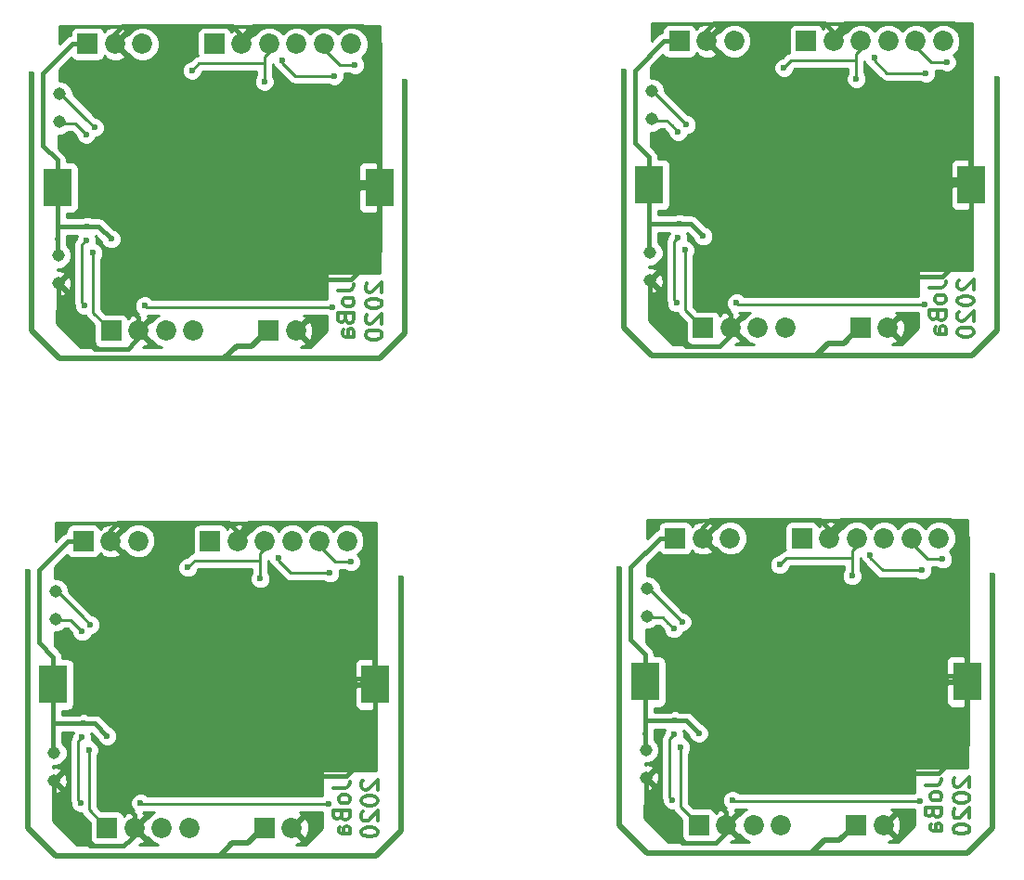
<source format=gbl>
G04 #@! TF.FileFunction,Copper,L2,Bot,Signal*
%FSLAX46Y46*%
G04 Gerber Fmt 4.6, Leading zero omitted, Abs format (unit mm)*
G04 Created by KiCad (PCBNEW 4.0.7) date Wed Sep 16 00:54:05 2020*
%MOMM*%
%LPD*%
G01*
G04 APERTURE LIST*
%ADD10C,0.150000*%
%ADD11C,0.300000*%
%ADD12C,1.143000*%
%ADD13R,1.850000X1.850000*%
%ADD14C,1.850000*%
%ADD15R,2.540000X3.510000*%
%ADD16C,0.600000*%
%ADD17C,0.400000*%
%ADD18C,0.250000*%
%ADD19C,0.500000*%
%ADD20C,0.254000*%
G04 APERTURE END LIST*
D10*
D11*
X159828571Y-89928143D02*
X160900000Y-89928143D01*
X161114286Y-89856715D01*
X161257143Y-89713858D01*
X161328571Y-89499572D01*
X161328571Y-89356715D01*
X161328571Y-90856715D02*
X161257143Y-90713857D01*
X161185714Y-90642429D01*
X161042857Y-90571000D01*
X160614286Y-90571000D01*
X160471429Y-90642429D01*
X160400000Y-90713857D01*
X160328571Y-90856715D01*
X160328571Y-91071000D01*
X160400000Y-91213857D01*
X160471429Y-91285286D01*
X160614286Y-91356715D01*
X161042857Y-91356715D01*
X161185714Y-91285286D01*
X161257143Y-91213857D01*
X161328571Y-91071000D01*
X161328571Y-90856715D01*
X160542857Y-92499572D02*
X160614286Y-92713858D01*
X160685714Y-92785286D01*
X160828571Y-92856715D01*
X161042857Y-92856715D01*
X161185714Y-92785286D01*
X161257143Y-92713858D01*
X161328571Y-92571000D01*
X161328571Y-91999572D01*
X159828571Y-91999572D01*
X159828571Y-92499572D01*
X159900000Y-92642429D01*
X159971429Y-92713858D01*
X160114286Y-92785286D01*
X160257143Y-92785286D01*
X160400000Y-92713858D01*
X160471429Y-92642429D01*
X160542857Y-92499572D01*
X160542857Y-91999572D01*
X161328571Y-94142429D02*
X160542857Y-94142429D01*
X160400000Y-94071000D01*
X160328571Y-93928143D01*
X160328571Y-93642429D01*
X160400000Y-93499572D01*
X161257143Y-94142429D02*
X161328571Y-93999572D01*
X161328571Y-93642429D01*
X161257143Y-93499572D01*
X161114286Y-93428143D01*
X160971429Y-93428143D01*
X160828571Y-93499572D01*
X160757143Y-93642429D01*
X160757143Y-93999572D01*
X160685714Y-94142429D01*
X162521429Y-89249572D02*
X162450000Y-89321001D01*
X162378571Y-89463858D01*
X162378571Y-89821001D01*
X162450000Y-89963858D01*
X162521429Y-90035287D01*
X162664286Y-90106715D01*
X162807143Y-90106715D01*
X163021429Y-90035287D01*
X163878571Y-89178144D01*
X163878571Y-90106715D01*
X162378571Y-91035286D02*
X162378571Y-91178143D01*
X162450000Y-91321000D01*
X162521429Y-91392429D01*
X162664286Y-91463858D01*
X162950000Y-91535286D01*
X163307143Y-91535286D01*
X163592857Y-91463858D01*
X163735714Y-91392429D01*
X163807143Y-91321000D01*
X163878571Y-91178143D01*
X163878571Y-91035286D01*
X163807143Y-90892429D01*
X163735714Y-90821000D01*
X163592857Y-90749572D01*
X163307143Y-90678143D01*
X162950000Y-90678143D01*
X162664286Y-90749572D01*
X162521429Y-90821000D01*
X162450000Y-90892429D01*
X162378571Y-91035286D01*
X162521429Y-92106714D02*
X162450000Y-92178143D01*
X162378571Y-92321000D01*
X162378571Y-92678143D01*
X162450000Y-92821000D01*
X162521429Y-92892429D01*
X162664286Y-92963857D01*
X162807143Y-92963857D01*
X163021429Y-92892429D01*
X163878571Y-92035286D01*
X163878571Y-92963857D01*
X162378571Y-93892428D02*
X162378571Y-94035285D01*
X162450000Y-94178142D01*
X162521429Y-94249571D01*
X162664286Y-94321000D01*
X162950000Y-94392428D01*
X163307143Y-94392428D01*
X163592857Y-94321000D01*
X163735714Y-94249571D01*
X163807143Y-94178142D01*
X163878571Y-94035285D01*
X163878571Y-93892428D01*
X163807143Y-93749571D01*
X163735714Y-93678142D01*
X163592857Y-93606714D01*
X163307143Y-93535285D01*
X162950000Y-93535285D01*
X162664286Y-93606714D01*
X162521429Y-93678142D01*
X162450000Y-93749571D01*
X162378571Y-93892428D01*
X213803571Y-89674143D02*
X214875000Y-89674143D01*
X215089286Y-89602715D01*
X215232143Y-89459858D01*
X215303571Y-89245572D01*
X215303571Y-89102715D01*
X215303571Y-90602715D02*
X215232143Y-90459857D01*
X215160714Y-90388429D01*
X215017857Y-90317000D01*
X214589286Y-90317000D01*
X214446429Y-90388429D01*
X214375000Y-90459857D01*
X214303571Y-90602715D01*
X214303571Y-90817000D01*
X214375000Y-90959857D01*
X214446429Y-91031286D01*
X214589286Y-91102715D01*
X215017857Y-91102715D01*
X215160714Y-91031286D01*
X215232143Y-90959857D01*
X215303571Y-90817000D01*
X215303571Y-90602715D01*
X214517857Y-92245572D02*
X214589286Y-92459858D01*
X214660714Y-92531286D01*
X214803571Y-92602715D01*
X215017857Y-92602715D01*
X215160714Y-92531286D01*
X215232143Y-92459858D01*
X215303571Y-92317000D01*
X215303571Y-91745572D01*
X213803571Y-91745572D01*
X213803571Y-92245572D01*
X213875000Y-92388429D01*
X213946429Y-92459858D01*
X214089286Y-92531286D01*
X214232143Y-92531286D01*
X214375000Y-92459858D01*
X214446429Y-92388429D01*
X214517857Y-92245572D01*
X214517857Y-91745572D01*
X215303571Y-93888429D02*
X214517857Y-93888429D01*
X214375000Y-93817000D01*
X214303571Y-93674143D01*
X214303571Y-93388429D01*
X214375000Y-93245572D01*
X215232143Y-93888429D02*
X215303571Y-93745572D01*
X215303571Y-93388429D01*
X215232143Y-93245572D01*
X215089286Y-93174143D01*
X214946429Y-93174143D01*
X214803571Y-93245572D01*
X214732143Y-93388429D01*
X214732143Y-93745572D01*
X214660714Y-93888429D01*
X216496429Y-88995572D02*
X216425000Y-89067001D01*
X216353571Y-89209858D01*
X216353571Y-89567001D01*
X216425000Y-89709858D01*
X216496429Y-89781287D01*
X216639286Y-89852715D01*
X216782143Y-89852715D01*
X216996429Y-89781287D01*
X217853571Y-88924144D01*
X217853571Y-89852715D01*
X216353571Y-90781286D02*
X216353571Y-90924143D01*
X216425000Y-91067000D01*
X216496429Y-91138429D01*
X216639286Y-91209858D01*
X216925000Y-91281286D01*
X217282143Y-91281286D01*
X217567857Y-91209858D01*
X217710714Y-91138429D01*
X217782143Y-91067000D01*
X217853571Y-90924143D01*
X217853571Y-90781286D01*
X217782143Y-90638429D01*
X217710714Y-90567000D01*
X217567857Y-90495572D01*
X217282143Y-90424143D01*
X216925000Y-90424143D01*
X216639286Y-90495572D01*
X216496429Y-90567000D01*
X216425000Y-90638429D01*
X216353571Y-90781286D01*
X216496429Y-91852714D02*
X216425000Y-91924143D01*
X216353571Y-92067000D01*
X216353571Y-92424143D01*
X216425000Y-92567000D01*
X216496429Y-92638429D01*
X216639286Y-92709857D01*
X216782143Y-92709857D01*
X216996429Y-92638429D01*
X217853571Y-91781286D01*
X217853571Y-92709857D01*
X216353571Y-93638428D02*
X216353571Y-93781285D01*
X216425000Y-93924142D01*
X216496429Y-93995571D01*
X216639286Y-94067000D01*
X216925000Y-94138428D01*
X217282143Y-94138428D01*
X217567857Y-94067000D01*
X217710714Y-93995571D01*
X217782143Y-93924142D01*
X217853571Y-93781285D01*
X217853571Y-93638428D01*
X217782143Y-93495571D01*
X217710714Y-93424142D01*
X217567857Y-93352714D01*
X217282143Y-93281285D01*
X216925000Y-93281285D01*
X216639286Y-93352714D01*
X216496429Y-93424142D01*
X216425000Y-93495571D01*
X216353571Y-93638428D01*
X213422571Y-135013143D02*
X214494000Y-135013143D01*
X214708286Y-134941715D01*
X214851143Y-134798858D01*
X214922571Y-134584572D01*
X214922571Y-134441715D01*
X214922571Y-135941715D02*
X214851143Y-135798857D01*
X214779714Y-135727429D01*
X214636857Y-135656000D01*
X214208286Y-135656000D01*
X214065429Y-135727429D01*
X213994000Y-135798857D01*
X213922571Y-135941715D01*
X213922571Y-136156000D01*
X213994000Y-136298857D01*
X214065429Y-136370286D01*
X214208286Y-136441715D01*
X214636857Y-136441715D01*
X214779714Y-136370286D01*
X214851143Y-136298857D01*
X214922571Y-136156000D01*
X214922571Y-135941715D01*
X214136857Y-137584572D02*
X214208286Y-137798858D01*
X214279714Y-137870286D01*
X214422571Y-137941715D01*
X214636857Y-137941715D01*
X214779714Y-137870286D01*
X214851143Y-137798858D01*
X214922571Y-137656000D01*
X214922571Y-137084572D01*
X213422571Y-137084572D01*
X213422571Y-137584572D01*
X213494000Y-137727429D01*
X213565429Y-137798858D01*
X213708286Y-137870286D01*
X213851143Y-137870286D01*
X213994000Y-137798858D01*
X214065429Y-137727429D01*
X214136857Y-137584572D01*
X214136857Y-137084572D01*
X214922571Y-139227429D02*
X214136857Y-139227429D01*
X213994000Y-139156000D01*
X213922571Y-139013143D01*
X213922571Y-138727429D01*
X213994000Y-138584572D01*
X214851143Y-139227429D02*
X214922571Y-139084572D01*
X214922571Y-138727429D01*
X214851143Y-138584572D01*
X214708286Y-138513143D01*
X214565429Y-138513143D01*
X214422571Y-138584572D01*
X214351143Y-138727429D01*
X214351143Y-139084572D01*
X214279714Y-139227429D01*
X216115429Y-134334572D02*
X216044000Y-134406001D01*
X215972571Y-134548858D01*
X215972571Y-134906001D01*
X216044000Y-135048858D01*
X216115429Y-135120287D01*
X216258286Y-135191715D01*
X216401143Y-135191715D01*
X216615429Y-135120287D01*
X217472571Y-134263144D01*
X217472571Y-135191715D01*
X215972571Y-136120286D02*
X215972571Y-136263143D01*
X216044000Y-136406000D01*
X216115429Y-136477429D01*
X216258286Y-136548858D01*
X216544000Y-136620286D01*
X216901143Y-136620286D01*
X217186857Y-136548858D01*
X217329714Y-136477429D01*
X217401143Y-136406000D01*
X217472571Y-136263143D01*
X217472571Y-136120286D01*
X217401143Y-135977429D01*
X217329714Y-135906000D01*
X217186857Y-135834572D01*
X216901143Y-135763143D01*
X216544000Y-135763143D01*
X216258286Y-135834572D01*
X216115429Y-135906000D01*
X216044000Y-135977429D01*
X215972571Y-136120286D01*
X216115429Y-137191714D02*
X216044000Y-137263143D01*
X215972571Y-137406000D01*
X215972571Y-137763143D01*
X216044000Y-137906000D01*
X216115429Y-137977429D01*
X216258286Y-138048857D01*
X216401143Y-138048857D01*
X216615429Y-137977429D01*
X217472571Y-137120286D01*
X217472571Y-138048857D01*
X215972571Y-138977428D02*
X215972571Y-139120285D01*
X216044000Y-139263142D01*
X216115429Y-139334571D01*
X216258286Y-139406000D01*
X216544000Y-139477428D01*
X216901143Y-139477428D01*
X217186857Y-139406000D01*
X217329714Y-139334571D01*
X217401143Y-139263142D01*
X217472571Y-139120285D01*
X217472571Y-138977428D01*
X217401143Y-138834571D01*
X217329714Y-138763142D01*
X217186857Y-138691714D01*
X216901143Y-138620285D01*
X216544000Y-138620285D01*
X216258286Y-138691714D01*
X216115429Y-138763142D01*
X216044000Y-138834571D01*
X215972571Y-138977428D01*
X159447571Y-135267143D02*
X160519000Y-135267143D01*
X160733286Y-135195715D01*
X160876143Y-135052858D01*
X160947571Y-134838572D01*
X160947571Y-134695715D01*
X160947571Y-136195715D02*
X160876143Y-136052857D01*
X160804714Y-135981429D01*
X160661857Y-135910000D01*
X160233286Y-135910000D01*
X160090429Y-135981429D01*
X160019000Y-136052857D01*
X159947571Y-136195715D01*
X159947571Y-136410000D01*
X160019000Y-136552857D01*
X160090429Y-136624286D01*
X160233286Y-136695715D01*
X160661857Y-136695715D01*
X160804714Y-136624286D01*
X160876143Y-136552857D01*
X160947571Y-136410000D01*
X160947571Y-136195715D01*
X160161857Y-137838572D02*
X160233286Y-138052858D01*
X160304714Y-138124286D01*
X160447571Y-138195715D01*
X160661857Y-138195715D01*
X160804714Y-138124286D01*
X160876143Y-138052858D01*
X160947571Y-137910000D01*
X160947571Y-137338572D01*
X159447571Y-137338572D01*
X159447571Y-137838572D01*
X159519000Y-137981429D01*
X159590429Y-138052858D01*
X159733286Y-138124286D01*
X159876143Y-138124286D01*
X160019000Y-138052858D01*
X160090429Y-137981429D01*
X160161857Y-137838572D01*
X160161857Y-137338572D01*
X160947571Y-139481429D02*
X160161857Y-139481429D01*
X160019000Y-139410000D01*
X159947571Y-139267143D01*
X159947571Y-138981429D01*
X160019000Y-138838572D01*
X160876143Y-139481429D02*
X160947571Y-139338572D01*
X160947571Y-138981429D01*
X160876143Y-138838572D01*
X160733286Y-138767143D01*
X160590429Y-138767143D01*
X160447571Y-138838572D01*
X160376143Y-138981429D01*
X160376143Y-139338572D01*
X160304714Y-139481429D01*
X162140429Y-134588572D02*
X162069000Y-134660001D01*
X161997571Y-134802858D01*
X161997571Y-135160001D01*
X162069000Y-135302858D01*
X162140429Y-135374287D01*
X162283286Y-135445715D01*
X162426143Y-135445715D01*
X162640429Y-135374287D01*
X163497571Y-134517144D01*
X163497571Y-135445715D01*
X161997571Y-136374286D02*
X161997571Y-136517143D01*
X162069000Y-136660000D01*
X162140429Y-136731429D01*
X162283286Y-136802858D01*
X162569000Y-136874286D01*
X162926143Y-136874286D01*
X163211857Y-136802858D01*
X163354714Y-136731429D01*
X163426143Y-136660000D01*
X163497571Y-136517143D01*
X163497571Y-136374286D01*
X163426143Y-136231429D01*
X163354714Y-136160000D01*
X163211857Y-136088572D01*
X162926143Y-136017143D01*
X162569000Y-136017143D01*
X162283286Y-136088572D01*
X162140429Y-136160000D01*
X162069000Y-136231429D01*
X161997571Y-136374286D01*
X162140429Y-137445714D02*
X162069000Y-137517143D01*
X161997571Y-137660000D01*
X161997571Y-138017143D01*
X162069000Y-138160000D01*
X162140429Y-138231429D01*
X162283286Y-138302857D01*
X162426143Y-138302857D01*
X162640429Y-138231429D01*
X163497571Y-137374286D01*
X163497571Y-138302857D01*
X161997571Y-139231428D02*
X161997571Y-139374285D01*
X162069000Y-139517142D01*
X162140429Y-139588571D01*
X162283286Y-139660000D01*
X162569000Y-139731428D01*
X162926143Y-139731428D01*
X163211857Y-139660000D01*
X163354714Y-139588571D01*
X163426143Y-139517142D01*
X163497571Y-139374285D01*
X163497571Y-139231428D01*
X163426143Y-139088571D01*
X163354714Y-139017142D01*
X163211857Y-138945714D01*
X162926143Y-138874285D01*
X162569000Y-138874285D01*
X162283286Y-138945714D01*
X162140429Y-139017142D01*
X162069000Y-139088571D01*
X161997571Y-139231428D01*
D12*
X134366000Y-89281000D03*
X134493000Y-74549000D03*
X134493000Y-72009000D03*
X134366000Y-86741000D03*
D13*
X153543000Y-93599000D03*
D14*
X156043000Y-93599000D03*
D13*
X148590000Y-67437000D03*
D14*
X151090000Y-67437000D03*
X153590000Y-67437000D03*
X156090000Y-67437000D03*
X158590000Y-67437000D03*
X161090000Y-67437000D03*
D13*
X137033000Y-67437000D03*
D14*
X139533000Y-67437000D03*
X142033000Y-67437000D03*
D13*
X139192000Y-93599000D03*
D14*
X141692000Y-93599000D03*
X144192000Y-93599000D03*
X146692000Y-93599000D03*
D15*
X134291000Y-80518000D03*
X163651000Y-80518000D03*
X188266000Y-80264000D03*
X217626000Y-80264000D03*
D13*
X193167000Y-93345000D03*
D14*
X195667000Y-93345000D03*
X198167000Y-93345000D03*
X200667000Y-93345000D03*
D13*
X191008000Y-67183000D03*
D14*
X193508000Y-67183000D03*
X196008000Y-67183000D03*
D13*
X202565000Y-67183000D03*
D14*
X205065000Y-67183000D03*
X207565000Y-67183000D03*
X210065000Y-67183000D03*
X212565000Y-67183000D03*
X215065000Y-67183000D03*
D13*
X207518000Y-93345000D03*
D14*
X210018000Y-93345000D03*
D12*
X188341000Y-86487000D03*
X188468000Y-71755000D03*
X188468000Y-74295000D03*
X188341000Y-89027000D03*
X187960000Y-134366000D03*
X188087000Y-119634000D03*
X188087000Y-117094000D03*
X187960000Y-131826000D03*
D13*
X207137000Y-138684000D03*
D14*
X209637000Y-138684000D03*
D13*
X202184000Y-112522000D03*
D14*
X204684000Y-112522000D03*
X207184000Y-112522000D03*
X209684000Y-112522000D03*
X212184000Y-112522000D03*
X214684000Y-112522000D03*
D13*
X190627000Y-112522000D03*
D14*
X193127000Y-112522000D03*
X195627000Y-112522000D03*
D13*
X192786000Y-138684000D03*
D14*
X195286000Y-138684000D03*
X197786000Y-138684000D03*
X200286000Y-138684000D03*
D15*
X187885000Y-125603000D03*
X217245000Y-125603000D03*
X133910000Y-125857000D03*
X163270000Y-125857000D03*
D13*
X138811000Y-138938000D03*
D14*
X141311000Y-138938000D03*
X143811000Y-138938000D03*
X146311000Y-138938000D03*
D13*
X136652000Y-112776000D03*
D14*
X139152000Y-112776000D03*
X141652000Y-112776000D03*
D13*
X148209000Y-112776000D03*
D14*
X150709000Y-112776000D03*
X153209000Y-112776000D03*
X155709000Y-112776000D03*
X158209000Y-112776000D03*
X160709000Y-112776000D03*
D13*
X153162000Y-138938000D03*
D14*
X155662000Y-138938000D03*
D12*
X133985000Y-132080000D03*
X134112000Y-117348000D03*
X134112000Y-119888000D03*
X133985000Y-134620000D03*
D16*
X139192000Y-85217000D03*
X137033000Y-84074000D03*
X191008000Y-83820000D03*
X193167000Y-84963000D03*
X192786000Y-130302000D03*
X190627000Y-129159000D03*
X136652000Y-129413000D03*
X138811000Y-130556000D03*
X156337000Y-72390000D03*
X159131000Y-74803000D03*
X157099000Y-88900000D03*
X161544000Y-88392000D03*
X149352000Y-86614000D03*
X156718000Y-80010000D03*
X210693000Y-79756000D03*
X203327000Y-86360000D03*
X215519000Y-88138000D03*
X211074000Y-88646000D03*
X213106000Y-74549000D03*
X210312000Y-72136000D03*
X209931000Y-117475000D03*
X212725000Y-119888000D03*
X210693000Y-133985000D03*
X215138000Y-133477000D03*
X202946000Y-131699000D03*
X210312000Y-125095000D03*
X156337000Y-125349000D03*
X148971000Y-131953000D03*
X161163000Y-133731000D03*
X156718000Y-134239000D03*
X158750000Y-120142000D03*
X155956000Y-117729000D03*
X137541000Y-86487000D03*
X191516000Y-86233000D03*
X191135000Y-131572000D03*
X137160000Y-131826000D03*
X136779000Y-91313000D03*
X136906000Y-85344000D03*
X190881000Y-85090000D03*
X190754000Y-91059000D03*
X190373000Y-136398000D03*
X190500000Y-130429000D03*
X136525000Y-130683000D03*
X136398000Y-136652000D03*
X153162000Y-70866000D03*
X146558000Y-69850000D03*
X200533000Y-69596000D03*
X207137000Y-70612000D03*
X206756000Y-115951000D03*
X200152000Y-114935000D03*
X146177000Y-115189000D03*
X152781000Y-116205000D03*
X161417000Y-69342000D03*
X215392000Y-69088000D03*
X215011000Y-114427000D03*
X161036000Y-114681000D03*
X165989000Y-70866000D03*
X131953000Y-70231000D03*
X149479000Y-96139000D03*
X203454000Y-95885000D03*
X185928000Y-69977000D03*
X219964000Y-70612000D03*
X219583000Y-115951000D03*
X185547000Y-115316000D03*
X203073000Y-141224000D03*
X149098000Y-141478000D03*
X131572000Y-115570000D03*
X165608000Y-116205000D03*
X159385000Y-91440000D03*
X142240000Y-91313000D03*
X196215000Y-91059000D03*
X213360000Y-91186000D03*
X212979000Y-136525000D03*
X195834000Y-136398000D03*
X141859000Y-136652000D03*
X159004000Y-136779000D03*
X159512000Y-70358000D03*
X154813000Y-68961000D03*
X208788000Y-68707000D03*
X213487000Y-70104000D03*
X213106000Y-115443000D03*
X208407000Y-114046000D03*
X154432000Y-114300000D03*
X159131000Y-115697000D03*
X136906000Y-75692000D03*
X190881000Y-75438000D03*
X190500000Y-120777000D03*
X136525000Y-121031000D03*
X137668000Y-75057000D03*
X191643000Y-74803000D03*
X191262000Y-120142000D03*
X137287000Y-120396000D03*
D17*
X134239000Y-80570000D02*
X134291000Y-80518000D01*
X134291000Y-78030000D02*
X134291000Y-80518000D01*
X135636000Y-67437000D02*
X132969000Y-70104000D01*
X132969000Y-70104000D02*
X132969000Y-76708000D01*
X132969000Y-76708000D02*
X134291000Y-78030000D01*
X137033000Y-67437000D02*
X135636000Y-67437000D01*
X134291000Y-84074000D02*
X134291000Y-80518000D01*
X134291000Y-85217000D02*
X134291000Y-84074000D01*
X134291000Y-86158000D02*
X134291000Y-85217000D01*
X134239000Y-85217000D02*
X134291000Y-85217000D01*
X134291000Y-85217000D02*
X134239000Y-85217000D01*
X138049000Y-84074000D02*
X139192000Y-85217000D01*
X137033000Y-84074000D02*
X138049000Y-84074000D01*
X134291000Y-84074000D02*
X137033000Y-84074000D01*
X188266000Y-83820000D02*
X191008000Y-83820000D01*
X191008000Y-83820000D02*
X192024000Y-83820000D01*
X192024000Y-83820000D02*
X193167000Y-84963000D01*
X188266000Y-84963000D02*
X188214000Y-84963000D01*
X188214000Y-84963000D02*
X188266000Y-84963000D01*
X188266000Y-85904000D02*
X188266000Y-84963000D01*
X188266000Y-84963000D02*
X188266000Y-83820000D01*
X188266000Y-83820000D02*
X188266000Y-80264000D01*
X191008000Y-67183000D02*
X189611000Y-67183000D01*
X186944000Y-76454000D02*
X188266000Y-77776000D01*
X186944000Y-69850000D02*
X186944000Y-76454000D01*
X189611000Y-67183000D02*
X186944000Y-69850000D01*
X188266000Y-77776000D02*
X188266000Y-80264000D01*
X188214000Y-80316000D02*
X188266000Y-80264000D01*
X187833000Y-125655000D02*
X187885000Y-125603000D01*
X187885000Y-123115000D02*
X187885000Y-125603000D01*
X189230000Y-112522000D02*
X186563000Y-115189000D01*
X186563000Y-115189000D02*
X186563000Y-121793000D01*
X186563000Y-121793000D02*
X187885000Y-123115000D01*
X190627000Y-112522000D02*
X189230000Y-112522000D01*
X187885000Y-129159000D02*
X187885000Y-125603000D01*
X187885000Y-130302000D02*
X187885000Y-129159000D01*
X187885000Y-131243000D02*
X187885000Y-130302000D01*
X187833000Y-130302000D02*
X187885000Y-130302000D01*
X187885000Y-130302000D02*
X187833000Y-130302000D01*
X191643000Y-129159000D02*
X192786000Y-130302000D01*
X190627000Y-129159000D02*
X191643000Y-129159000D01*
X187885000Y-129159000D02*
X190627000Y-129159000D01*
X133910000Y-129413000D02*
X136652000Y-129413000D01*
X136652000Y-129413000D02*
X137668000Y-129413000D01*
X137668000Y-129413000D02*
X138811000Y-130556000D01*
X133910000Y-130556000D02*
X133858000Y-130556000D01*
X133858000Y-130556000D02*
X133910000Y-130556000D01*
X133910000Y-131497000D02*
X133910000Y-130556000D01*
X133910000Y-130556000D02*
X133910000Y-129413000D01*
X133910000Y-129413000D02*
X133910000Y-125857000D01*
X136652000Y-112776000D02*
X135255000Y-112776000D01*
X132588000Y-122047000D02*
X133910000Y-123369000D01*
X132588000Y-115443000D02*
X132588000Y-122047000D01*
X135255000Y-112776000D02*
X132588000Y-115443000D01*
X133910000Y-123369000D02*
X133910000Y-125857000D01*
X133858000Y-125909000D02*
X133910000Y-125857000D01*
X156718000Y-72390000D02*
X156337000Y-72390000D01*
X159131000Y-74803000D02*
X156718000Y-72390000D01*
X162306000Y-87630000D02*
X163651000Y-86285000D01*
X161036000Y-88900000D02*
X162306000Y-87630000D01*
X163651000Y-86285000D02*
X163651000Y-80518000D01*
X159639000Y-88900000D02*
X161036000Y-88900000D01*
X159131000Y-88900000D02*
X159639000Y-88900000D01*
X163576000Y-80443000D02*
X163651000Y-80518000D01*
X163576000Y-76073000D02*
X163576000Y-80443000D01*
X162306000Y-74803000D02*
X163576000Y-76073000D01*
X159131000Y-74803000D02*
X162306000Y-74803000D01*
X151090000Y-67437000D02*
X151090000Y-67604000D01*
X151090000Y-67437000D02*
X151090000Y-67524000D01*
X139533000Y-66461000D02*
X139533000Y-67437000D01*
X150368000Y-86614000D02*
X152400000Y-86614000D01*
X152400000Y-86614000D02*
X154686000Y-88900000D01*
X154686000Y-88900000D02*
X156210000Y-88900000D01*
X157099000Y-88900000D02*
X159639000Y-88900000D01*
X156210000Y-88900000D02*
X157099000Y-88900000D01*
X162306000Y-87630000D02*
X161544000Y-88392000D01*
X162814000Y-66548000D02*
X163651000Y-67385000D01*
X163651000Y-67385000D02*
X163651000Y-80518000D01*
X151090000Y-67437000D02*
X151090000Y-66842000D01*
X150368000Y-86614000D02*
X149352000Y-86614000D01*
X143637000Y-86614000D02*
X142367000Y-87884000D01*
X149352000Y-86614000D02*
X144907000Y-86614000D01*
X144907000Y-86614000D02*
X143637000Y-86614000D01*
X141692000Y-94274000D02*
X141692000Y-93599000D01*
X141351000Y-94615000D02*
X141692000Y-94274000D01*
X141692000Y-92416000D02*
X141097000Y-91821000D01*
X141097000Y-91821000D02*
X141097000Y-89154000D01*
X141097000Y-89154000D02*
X142367000Y-87884000D01*
X141692000Y-93599000D02*
X141692000Y-92416000D01*
X138938000Y-95250000D02*
X140716000Y-95250000D01*
X140716000Y-95250000D02*
X141351000Y-94615000D01*
X134366000Y-89535000D02*
X134366000Y-91567000D01*
X151090000Y-66842000D02*
X151090000Y-67437000D01*
X162052000Y-65786000D02*
X152146000Y-65786000D01*
X152146000Y-65786000D02*
X151090000Y-66842000D01*
X162814000Y-66548000D02*
X162052000Y-65786000D01*
X139533000Y-66461000D02*
X139533000Y-67437000D01*
X150241000Y-65786000D02*
X140208000Y-65786000D01*
X140208000Y-65786000D02*
X139533000Y-66461000D01*
X151090000Y-66635000D02*
X150241000Y-65786000D01*
X151090000Y-67437000D02*
X151090000Y-66635000D01*
X162814000Y-80518000D02*
X163651000Y-80518000D01*
X156718000Y-80010000D02*
X162306000Y-80010000D01*
X162306000Y-80010000D02*
X162814000Y-80518000D01*
X134366000Y-91948000D02*
X137668000Y-95250000D01*
X137668000Y-95250000D02*
X138938000Y-95250000D01*
X134366000Y-91567000D02*
X134366000Y-91948000D01*
X188341000Y-91313000D02*
X188341000Y-91694000D01*
X191643000Y-94996000D02*
X192913000Y-94996000D01*
X188341000Y-91694000D02*
X191643000Y-94996000D01*
X216281000Y-79756000D02*
X216789000Y-80264000D01*
X210693000Y-79756000D02*
X216281000Y-79756000D01*
X216789000Y-80264000D02*
X217626000Y-80264000D01*
X205065000Y-67183000D02*
X205065000Y-66381000D01*
X205065000Y-66381000D02*
X204216000Y-65532000D01*
X194183000Y-65532000D02*
X193508000Y-66207000D01*
X204216000Y-65532000D02*
X194183000Y-65532000D01*
X193508000Y-66207000D02*
X193508000Y-67183000D01*
X216789000Y-66294000D02*
X216027000Y-65532000D01*
X206121000Y-65532000D02*
X205065000Y-66588000D01*
X216027000Y-65532000D02*
X206121000Y-65532000D01*
X205065000Y-66588000D02*
X205065000Y-67183000D01*
X188341000Y-89281000D02*
X188341000Y-91313000D01*
X194691000Y-94996000D02*
X195326000Y-94361000D01*
X192913000Y-94996000D02*
X194691000Y-94996000D01*
X195667000Y-93345000D02*
X195667000Y-92162000D01*
X195072000Y-88900000D02*
X196342000Y-87630000D01*
X195072000Y-91567000D02*
X195072000Y-88900000D01*
X195667000Y-92162000D02*
X195072000Y-91567000D01*
X195326000Y-94361000D02*
X195667000Y-94020000D01*
X195667000Y-94020000D02*
X195667000Y-93345000D01*
X198882000Y-86360000D02*
X197612000Y-86360000D01*
X203327000Y-86360000D02*
X198882000Y-86360000D01*
X197612000Y-86360000D02*
X196342000Y-87630000D01*
X204343000Y-86360000D02*
X203327000Y-86360000D01*
X205065000Y-67183000D02*
X205065000Y-66588000D01*
X217626000Y-67131000D02*
X217626000Y-80264000D01*
X216789000Y-66294000D02*
X217626000Y-67131000D01*
X216281000Y-87376000D02*
X215519000Y-88138000D01*
X210185000Y-88646000D02*
X211074000Y-88646000D01*
X211074000Y-88646000D02*
X213614000Y-88646000D01*
X208661000Y-88646000D02*
X210185000Y-88646000D01*
X206375000Y-86360000D02*
X208661000Y-88646000D01*
X204343000Y-86360000D02*
X206375000Y-86360000D01*
X193508000Y-66207000D02*
X193508000Y-67183000D01*
X205065000Y-67183000D02*
X205065000Y-67270000D01*
X205065000Y-67183000D02*
X205065000Y-67350000D01*
X213106000Y-74549000D02*
X216281000Y-74549000D01*
X216281000Y-74549000D02*
X217551000Y-75819000D01*
X217551000Y-75819000D02*
X217551000Y-80189000D01*
X217551000Y-80189000D02*
X217626000Y-80264000D01*
X213106000Y-88646000D02*
X213614000Y-88646000D01*
X213614000Y-88646000D02*
X215011000Y-88646000D01*
X217626000Y-86031000D02*
X217626000Y-80264000D01*
X215011000Y-88646000D02*
X216281000Y-87376000D01*
X216281000Y-87376000D02*
X217626000Y-86031000D01*
X213106000Y-74549000D02*
X210693000Y-72136000D01*
X210693000Y-72136000D02*
X210312000Y-72136000D01*
X210312000Y-117475000D02*
X209931000Y-117475000D01*
X212725000Y-119888000D02*
X210312000Y-117475000D01*
X215900000Y-132715000D02*
X217245000Y-131370000D01*
X214630000Y-133985000D02*
X215900000Y-132715000D01*
X217245000Y-131370000D02*
X217245000Y-125603000D01*
X213233000Y-133985000D02*
X214630000Y-133985000D01*
X212725000Y-133985000D02*
X213233000Y-133985000D01*
X217170000Y-125528000D02*
X217245000Y-125603000D01*
X217170000Y-121158000D02*
X217170000Y-125528000D01*
X215900000Y-119888000D02*
X217170000Y-121158000D01*
X212725000Y-119888000D02*
X215900000Y-119888000D01*
X204684000Y-112522000D02*
X204684000Y-112689000D01*
X204684000Y-112522000D02*
X204684000Y-112609000D01*
X193127000Y-111546000D02*
X193127000Y-112522000D01*
X203962000Y-131699000D02*
X205994000Y-131699000D01*
X205994000Y-131699000D02*
X208280000Y-133985000D01*
X208280000Y-133985000D02*
X209804000Y-133985000D01*
X210693000Y-133985000D02*
X213233000Y-133985000D01*
X209804000Y-133985000D02*
X210693000Y-133985000D01*
X215900000Y-132715000D02*
X215138000Y-133477000D01*
X216408000Y-111633000D02*
X217245000Y-112470000D01*
X217245000Y-112470000D02*
X217245000Y-125603000D01*
X204684000Y-112522000D02*
X204684000Y-111927000D01*
X203962000Y-131699000D02*
X202946000Y-131699000D01*
X197231000Y-131699000D02*
X195961000Y-132969000D01*
X202946000Y-131699000D02*
X198501000Y-131699000D01*
X198501000Y-131699000D02*
X197231000Y-131699000D01*
X195286000Y-139359000D02*
X195286000Y-138684000D01*
X194945000Y-139700000D02*
X195286000Y-139359000D01*
X195286000Y-137501000D02*
X194691000Y-136906000D01*
X194691000Y-136906000D02*
X194691000Y-134239000D01*
X194691000Y-134239000D02*
X195961000Y-132969000D01*
X195286000Y-138684000D02*
X195286000Y-137501000D01*
X192532000Y-140335000D02*
X194310000Y-140335000D01*
X194310000Y-140335000D02*
X194945000Y-139700000D01*
X187960000Y-134620000D02*
X187960000Y-136652000D01*
X204684000Y-111927000D02*
X204684000Y-112522000D01*
X215646000Y-110871000D02*
X205740000Y-110871000D01*
X205740000Y-110871000D02*
X204684000Y-111927000D01*
X216408000Y-111633000D02*
X215646000Y-110871000D01*
X193127000Y-111546000D02*
X193127000Y-112522000D01*
X203835000Y-110871000D02*
X193802000Y-110871000D01*
X193802000Y-110871000D02*
X193127000Y-111546000D01*
X204684000Y-111720000D02*
X203835000Y-110871000D01*
X204684000Y-112522000D02*
X204684000Y-111720000D01*
X216408000Y-125603000D02*
X217245000Y-125603000D01*
X210312000Y-125095000D02*
X215900000Y-125095000D01*
X215900000Y-125095000D02*
X216408000Y-125603000D01*
X187960000Y-137033000D02*
X191262000Y-140335000D01*
X191262000Y-140335000D02*
X192532000Y-140335000D01*
X187960000Y-136652000D02*
X187960000Y-137033000D01*
X133985000Y-136906000D02*
X133985000Y-137287000D01*
X137287000Y-140589000D02*
X138557000Y-140589000D01*
X133985000Y-137287000D02*
X137287000Y-140589000D01*
X161925000Y-125349000D02*
X162433000Y-125857000D01*
X156337000Y-125349000D02*
X161925000Y-125349000D01*
X162433000Y-125857000D02*
X163270000Y-125857000D01*
X150709000Y-112776000D02*
X150709000Y-111974000D01*
X150709000Y-111974000D02*
X149860000Y-111125000D01*
X139827000Y-111125000D02*
X139152000Y-111800000D01*
X149860000Y-111125000D02*
X139827000Y-111125000D01*
X139152000Y-111800000D02*
X139152000Y-112776000D01*
X162433000Y-111887000D02*
X161671000Y-111125000D01*
X151765000Y-111125000D02*
X150709000Y-112181000D01*
X161671000Y-111125000D02*
X151765000Y-111125000D01*
X150709000Y-112181000D02*
X150709000Y-112776000D01*
X133985000Y-134874000D02*
X133985000Y-136906000D01*
X140335000Y-140589000D02*
X140970000Y-139954000D01*
X138557000Y-140589000D02*
X140335000Y-140589000D01*
X141311000Y-138938000D02*
X141311000Y-137755000D01*
X140716000Y-134493000D02*
X141986000Y-133223000D01*
X140716000Y-137160000D02*
X140716000Y-134493000D01*
X141311000Y-137755000D02*
X140716000Y-137160000D01*
X140970000Y-139954000D02*
X141311000Y-139613000D01*
X141311000Y-139613000D02*
X141311000Y-138938000D01*
X144526000Y-131953000D02*
X143256000Y-131953000D01*
X148971000Y-131953000D02*
X144526000Y-131953000D01*
X143256000Y-131953000D02*
X141986000Y-133223000D01*
X149987000Y-131953000D02*
X148971000Y-131953000D01*
X150709000Y-112776000D02*
X150709000Y-112181000D01*
X163270000Y-112724000D02*
X163270000Y-125857000D01*
X162433000Y-111887000D02*
X163270000Y-112724000D01*
X161925000Y-132969000D02*
X161163000Y-133731000D01*
X155829000Y-134239000D02*
X156718000Y-134239000D01*
X156718000Y-134239000D02*
X159258000Y-134239000D01*
X154305000Y-134239000D02*
X155829000Y-134239000D01*
X152019000Y-131953000D02*
X154305000Y-134239000D01*
X149987000Y-131953000D02*
X152019000Y-131953000D01*
X139152000Y-111800000D02*
X139152000Y-112776000D01*
X150709000Y-112776000D02*
X150709000Y-112863000D01*
X150709000Y-112776000D02*
X150709000Y-112943000D01*
X158750000Y-120142000D02*
X161925000Y-120142000D01*
X161925000Y-120142000D02*
X163195000Y-121412000D01*
X163195000Y-121412000D02*
X163195000Y-125782000D01*
X163195000Y-125782000D02*
X163270000Y-125857000D01*
X158750000Y-134239000D02*
X159258000Y-134239000D01*
X159258000Y-134239000D02*
X160655000Y-134239000D01*
X163270000Y-131624000D02*
X163270000Y-125857000D01*
X160655000Y-134239000D02*
X161925000Y-132969000D01*
X161925000Y-132969000D02*
X163270000Y-131624000D01*
X158750000Y-120142000D02*
X156337000Y-117729000D01*
X156337000Y-117729000D02*
X155956000Y-117729000D01*
D18*
X137541000Y-91948000D02*
X139192000Y-93599000D01*
X137541000Y-86487000D02*
X137541000Y-91948000D01*
X191516000Y-86233000D02*
X191516000Y-91694000D01*
X191516000Y-91694000D02*
X193167000Y-93345000D01*
X191135000Y-137033000D02*
X192786000Y-138684000D01*
X191135000Y-131572000D02*
X191135000Y-137033000D01*
X137160000Y-131826000D02*
X137160000Y-137287000D01*
X137160000Y-137287000D02*
X138811000Y-138938000D01*
X136525000Y-91059000D02*
X136779000Y-91313000D01*
X136525000Y-90043000D02*
X136525000Y-91059000D01*
X144145000Y-93599000D02*
X144192000Y-93599000D01*
X136525000Y-87376000D02*
X136525000Y-90043000D01*
X136525000Y-87376000D02*
X136525000Y-86233000D01*
X136525000Y-85725000D02*
X136906000Y-85344000D01*
X136525000Y-86233000D02*
X136525000Y-85725000D01*
X190500000Y-85979000D02*
X190500000Y-85471000D01*
X190500000Y-85471000D02*
X190881000Y-85090000D01*
X190500000Y-87122000D02*
X190500000Y-85979000D01*
X190500000Y-87122000D02*
X190500000Y-89789000D01*
X198120000Y-93345000D02*
X198167000Y-93345000D01*
X190500000Y-89789000D02*
X190500000Y-90805000D01*
X190500000Y-90805000D02*
X190754000Y-91059000D01*
X190119000Y-136144000D02*
X190373000Y-136398000D01*
X190119000Y-135128000D02*
X190119000Y-136144000D01*
X197739000Y-138684000D02*
X197786000Y-138684000D01*
X190119000Y-132461000D02*
X190119000Y-135128000D01*
X190119000Y-132461000D02*
X190119000Y-131318000D01*
X190119000Y-130810000D02*
X190500000Y-130429000D01*
X190119000Y-131318000D02*
X190119000Y-130810000D01*
X136144000Y-131572000D02*
X136144000Y-131064000D01*
X136144000Y-131064000D02*
X136525000Y-130683000D01*
X136144000Y-132715000D02*
X136144000Y-131572000D01*
X136144000Y-132715000D02*
X136144000Y-135382000D01*
X143764000Y-138938000D02*
X143811000Y-138938000D01*
X136144000Y-135382000D02*
X136144000Y-136398000D01*
X136144000Y-136398000D02*
X136398000Y-136652000D01*
X146692000Y-93599000D02*
X146692000Y-94100000D01*
X200667000Y-93345000D02*
X200667000Y-93846000D01*
X200286000Y-138684000D02*
X200286000Y-139185000D01*
X146311000Y-138938000D02*
X146311000Y-139439000D01*
X153162000Y-68961000D02*
X153162000Y-68580000D01*
X153162000Y-69215000D02*
X153162000Y-68961000D01*
X153162000Y-70866000D02*
X153162000Y-69215000D01*
X153543000Y-67437000D02*
X153590000Y-67437000D01*
X153590000Y-68152000D02*
X153590000Y-67437000D01*
X153162000Y-68580000D02*
X153590000Y-68152000D01*
X147193000Y-69215000D02*
X146558000Y-69850000D01*
X153162000Y-69215000D02*
X147193000Y-69215000D01*
X207137000Y-68961000D02*
X201168000Y-68961000D01*
X201168000Y-68961000D02*
X200533000Y-69596000D01*
X207137000Y-68326000D02*
X207565000Y-67898000D01*
X207565000Y-67898000D02*
X207565000Y-67183000D01*
X207518000Y-67183000D02*
X207565000Y-67183000D01*
X207137000Y-70612000D02*
X207137000Y-68961000D01*
X207137000Y-68961000D02*
X207137000Y-68707000D01*
X207137000Y-68707000D02*
X207137000Y-68326000D01*
X206756000Y-114046000D02*
X206756000Y-113665000D01*
X206756000Y-114300000D02*
X206756000Y-114046000D01*
X206756000Y-115951000D02*
X206756000Y-114300000D01*
X207137000Y-112522000D02*
X207184000Y-112522000D01*
X207184000Y-113237000D02*
X207184000Y-112522000D01*
X206756000Y-113665000D02*
X207184000Y-113237000D01*
X200787000Y-114300000D02*
X200152000Y-114935000D01*
X206756000Y-114300000D02*
X200787000Y-114300000D01*
X152781000Y-114554000D02*
X146812000Y-114554000D01*
X146812000Y-114554000D02*
X146177000Y-115189000D01*
X152781000Y-113919000D02*
X153209000Y-113491000D01*
X153209000Y-113491000D02*
X153209000Y-112776000D01*
X153162000Y-112776000D02*
X153209000Y-112776000D01*
X152781000Y-116205000D02*
X152781000Y-114554000D01*
X152781000Y-114554000D02*
X152781000Y-114300000D01*
X152781000Y-114300000D02*
X152781000Y-113919000D01*
X158590000Y-67437000D02*
X158623000Y-67437000D01*
X158590000Y-67437000D02*
X158590000Y-67531000D01*
X158590000Y-67531000D02*
X158590000Y-67437000D01*
X160020000Y-69342000D02*
X161417000Y-69342000D01*
X158590000Y-67912000D02*
X160020000Y-69342000D01*
X158590000Y-67437000D02*
X158590000Y-67912000D01*
X212565000Y-67183000D02*
X212565000Y-67658000D01*
X212565000Y-67658000D02*
X213995000Y-69088000D01*
X213995000Y-69088000D02*
X215392000Y-69088000D01*
X212565000Y-67277000D02*
X212565000Y-67183000D01*
X212565000Y-67183000D02*
X212565000Y-67277000D01*
X212565000Y-67183000D02*
X212598000Y-67183000D01*
X212184000Y-112522000D02*
X212217000Y-112522000D01*
X212184000Y-112522000D02*
X212184000Y-112616000D01*
X212184000Y-112616000D02*
X212184000Y-112522000D01*
X213614000Y-114427000D02*
X215011000Y-114427000D01*
X212184000Y-112997000D02*
X213614000Y-114427000D01*
X212184000Y-112522000D02*
X212184000Y-112997000D01*
X158209000Y-112776000D02*
X158209000Y-113251000D01*
X158209000Y-113251000D02*
X159639000Y-114681000D01*
X159639000Y-114681000D02*
X161036000Y-114681000D01*
X158209000Y-112870000D02*
X158209000Y-112776000D01*
X158209000Y-112776000D02*
X158209000Y-112870000D01*
X158209000Y-112776000D02*
X158242000Y-112776000D01*
D19*
X152019000Y-94996000D02*
X150622000Y-94996000D01*
X153416000Y-93599000D02*
X152019000Y-94996000D01*
X153543000Y-93599000D02*
X153416000Y-93599000D01*
X131953000Y-93599000D02*
X131953000Y-70231000D01*
X134493000Y-96139000D02*
X131953000Y-93599000D01*
X153670000Y-96139000D02*
X163703000Y-96139000D01*
X163703000Y-96139000D02*
X165989000Y-93853000D01*
X165989000Y-93853000D02*
X165989000Y-70866000D01*
X163703000Y-96139000D02*
X153670000Y-96139000D01*
X163957000Y-95885000D02*
X163703000Y-96139000D01*
X165989000Y-93853000D02*
X163957000Y-95885000D01*
X165989000Y-70866000D02*
X165989000Y-93853000D01*
X149479000Y-96139000D02*
X153670000Y-96139000D01*
X134493000Y-96139000D02*
X149479000Y-96139000D01*
X131953000Y-93599000D02*
X134493000Y-96139000D01*
X131953000Y-70231000D02*
X131953000Y-93599000D01*
X150622000Y-94996000D02*
X149479000Y-96139000D01*
X204597000Y-94742000D02*
X203454000Y-95885000D01*
X185928000Y-69977000D02*
X185928000Y-93345000D01*
X185928000Y-93345000D02*
X188468000Y-95885000D01*
X188468000Y-95885000D02*
X203454000Y-95885000D01*
X203454000Y-95885000D02*
X207645000Y-95885000D01*
X219964000Y-70612000D02*
X219964000Y-93599000D01*
X219964000Y-93599000D02*
X217932000Y-95631000D01*
X217932000Y-95631000D02*
X217678000Y-95885000D01*
X217678000Y-95885000D02*
X207645000Y-95885000D01*
X219964000Y-93599000D02*
X219964000Y-70612000D01*
X217678000Y-95885000D02*
X219964000Y-93599000D01*
X207645000Y-95885000D02*
X217678000Y-95885000D01*
X188468000Y-95885000D02*
X185928000Y-93345000D01*
X185928000Y-93345000D02*
X185928000Y-69977000D01*
X207518000Y-93345000D02*
X207391000Y-93345000D01*
X207391000Y-93345000D02*
X205994000Y-94742000D01*
X205994000Y-94742000D02*
X204597000Y-94742000D01*
X205613000Y-140081000D02*
X204216000Y-140081000D01*
X207010000Y-138684000D02*
X205613000Y-140081000D01*
X207137000Y-138684000D02*
X207010000Y-138684000D01*
X185547000Y-138684000D02*
X185547000Y-115316000D01*
X188087000Y-141224000D02*
X185547000Y-138684000D01*
X207264000Y-141224000D02*
X217297000Y-141224000D01*
X217297000Y-141224000D02*
X219583000Y-138938000D01*
X219583000Y-138938000D02*
X219583000Y-115951000D01*
X217297000Y-141224000D02*
X207264000Y-141224000D01*
X217551000Y-140970000D02*
X217297000Y-141224000D01*
X219583000Y-138938000D02*
X217551000Y-140970000D01*
X219583000Y-115951000D02*
X219583000Y-138938000D01*
X203073000Y-141224000D02*
X207264000Y-141224000D01*
X188087000Y-141224000D02*
X203073000Y-141224000D01*
X185547000Y-138684000D02*
X188087000Y-141224000D01*
X185547000Y-115316000D02*
X185547000Y-138684000D01*
X204216000Y-140081000D02*
X203073000Y-141224000D01*
X150241000Y-140335000D02*
X149098000Y-141478000D01*
X131572000Y-115570000D02*
X131572000Y-138938000D01*
X131572000Y-138938000D02*
X134112000Y-141478000D01*
X134112000Y-141478000D02*
X149098000Y-141478000D01*
X149098000Y-141478000D02*
X153289000Y-141478000D01*
X165608000Y-116205000D02*
X165608000Y-139192000D01*
X165608000Y-139192000D02*
X163576000Y-141224000D01*
X163576000Y-141224000D02*
X163322000Y-141478000D01*
X163322000Y-141478000D02*
X153289000Y-141478000D01*
X165608000Y-139192000D02*
X165608000Y-116205000D01*
X163322000Y-141478000D02*
X165608000Y-139192000D01*
X153289000Y-141478000D02*
X163322000Y-141478000D01*
X134112000Y-141478000D02*
X131572000Y-138938000D01*
X131572000Y-138938000D02*
X131572000Y-115570000D01*
X153162000Y-138938000D02*
X153035000Y-138938000D01*
X153035000Y-138938000D02*
X151638000Y-140335000D01*
X151638000Y-140335000D02*
X150241000Y-140335000D01*
D18*
X143510000Y-91440000D02*
X159385000Y-91440000D01*
X142240000Y-91313000D02*
X142367000Y-91440000D01*
X142367000Y-91440000D02*
X143510000Y-91440000D01*
X196342000Y-91186000D02*
X197485000Y-91186000D01*
X196215000Y-91059000D02*
X196342000Y-91186000D01*
X197485000Y-91186000D02*
X213360000Y-91186000D01*
X197104000Y-136525000D02*
X212979000Y-136525000D01*
X195834000Y-136398000D02*
X195961000Y-136525000D01*
X195961000Y-136525000D02*
X197104000Y-136525000D01*
X141986000Y-136779000D02*
X143129000Y-136779000D01*
X141859000Y-136652000D02*
X141986000Y-136779000D01*
X143129000Y-136779000D02*
X159004000Y-136779000D01*
X154813000Y-69215000D02*
X155956000Y-70358000D01*
X155956000Y-70358000D02*
X157734000Y-70358000D01*
X154813000Y-68961000D02*
X154813000Y-69215000D01*
X159512000Y-70358000D02*
X157734000Y-70358000D01*
X213487000Y-70104000D02*
X211709000Y-70104000D01*
X208788000Y-68707000D02*
X208788000Y-68961000D01*
X209931000Y-70104000D02*
X211709000Y-70104000D01*
X208788000Y-68961000D02*
X209931000Y-70104000D01*
X208407000Y-114300000D02*
X209550000Y-115443000D01*
X209550000Y-115443000D02*
X211328000Y-115443000D01*
X208407000Y-114046000D02*
X208407000Y-114300000D01*
X213106000Y-115443000D02*
X211328000Y-115443000D01*
X159131000Y-115697000D02*
X157353000Y-115697000D01*
X154432000Y-114300000D02*
X154432000Y-114554000D01*
X155575000Y-115697000D02*
X157353000Y-115697000D01*
X154432000Y-114554000D02*
X155575000Y-115697000D01*
X135890000Y-74676000D02*
X136334500Y-75120500D01*
X134493000Y-74676000D02*
X135890000Y-74676000D01*
X136334500Y-75120500D02*
X136906000Y-75692000D01*
X190309500Y-74866500D02*
X190881000Y-75438000D01*
X188468000Y-74422000D02*
X189865000Y-74422000D01*
X189865000Y-74422000D02*
X190309500Y-74866500D01*
X189484000Y-119761000D02*
X189928500Y-120205500D01*
X188087000Y-119761000D02*
X189484000Y-119761000D01*
X189928500Y-120205500D02*
X190500000Y-120777000D01*
X135953500Y-120459500D02*
X136525000Y-121031000D01*
X134112000Y-120015000D02*
X135509000Y-120015000D01*
X135509000Y-120015000D02*
X135953500Y-120459500D01*
X134493000Y-71882000D02*
X136842500Y-74231500D01*
X137668000Y-75057000D02*
X136842500Y-74231500D01*
X191643000Y-74803000D02*
X190817500Y-73977500D01*
X188468000Y-71628000D02*
X190817500Y-73977500D01*
X188087000Y-116967000D02*
X190436500Y-119316500D01*
X191262000Y-120142000D02*
X190436500Y-119316500D01*
X137287000Y-120396000D02*
X136461500Y-119570500D01*
X134112000Y-117221000D02*
X136461500Y-119570500D01*
D20*
G36*
X135590162Y-130496201D02*
X135590114Y-130551271D01*
X135441852Y-130773161D01*
X135384000Y-131064000D01*
X135384000Y-136398000D01*
X135441852Y-136688839D01*
X135462940Y-136720399D01*
X135462838Y-136837167D01*
X135604883Y-137180943D01*
X135867673Y-137444192D01*
X136211201Y-137586838D01*
X136464012Y-137587058D01*
X136622599Y-137824401D01*
X137238560Y-138440362D01*
X137238560Y-139863000D01*
X137282838Y-140098317D01*
X137421910Y-140314441D01*
X137634110Y-140459431D01*
X137646796Y-140462000D01*
X136069606Y-140462000D01*
X133858491Y-138250885D01*
X133880958Y-135835672D01*
X134301844Y-135808633D01*
X134601448Y-135684533D01*
X134647441Y-135462046D01*
X133985000Y-134799605D01*
X133970858Y-134813748D01*
X133891206Y-134734096D01*
X133892267Y-134620000D01*
X134164605Y-134620000D01*
X134827046Y-135282441D01*
X135049533Y-135236448D01*
X135204405Y-134782145D01*
X135173633Y-134303156D01*
X135049533Y-134003552D01*
X134827046Y-133957559D01*
X134164605Y-134620000D01*
X133892267Y-134620000D01*
X133893348Y-134503762D01*
X133970858Y-134426253D01*
X133985000Y-134440395D01*
X134647441Y-133777954D01*
X134601448Y-133555467D01*
X134147145Y-133400595D01*
X133903464Y-133416250D01*
X133904672Y-133286430D01*
X134223935Y-133286709D01*
X134667535Y-133103418D01*
X135007225Y-132764320D01*
X135191290Y-132321041D01*
X135191709Y-131841065D01*
X135008418Y-131397465D01*
X134745000Y-131133587D01*
X134745000Y-130248000D01*
X135693225Y-130248000D01*
X135590162Y-130496201D01*
X135590162Y-130496201D01*
G37*
X135590162Y-130496201D02*
X135590114Y-130551271D01*
X135441852Y-130773161D01*
X135384000Y-131064000D01*
X135384000Y-136398000D01*
X135441852Y-136688839D01*
X135462940Y-136720399D01*
X135462838Y-136837167D01*
X135604883Y-137180943D01*
X135867673Y-137444192D01*
X136211201Y-137586838D01*
X136464012Y-137587058D01*
X136622599Y-137824401D01*
X137238560Y-138440362D01*
X137238560Y-139863000D01*
X137282838Y-140098317D01*
X137421910Y-140314441D01*
X137634110Y-140459431D01*
X137646796Y-140462000D01*
X136069606Y-140462000D01*
X133858491Y-138250885D01*
X133880958Y-135835672D01*
X134301844Y-135808633D01*
X134601448Y-135684533D01*
X134647441Y-135462046D01*
X133985000Y-134799605D01*
X133970858Y-134813748D01*
X133891206Y-134734096D01*
X133892267Y-134620000D01*
X134164605Y-134620000D01*
X134827046Y-135282441D01*
X135049533Y-135236448D01*
X135204405Y-134782145D01*
X135173633Y-134303156D01*
X135049533Y-134003552D01*
X134827046Y-133957559D01*
X134164605Y-134620000D01*
X133892267Y-134620000D01*
X133893348Y-134503762D01*
X133970858Y-134426253D01*
X133985000Y-134440395D01*
X134647441Y-133777954D01*
X134601448Y-133555467D01*
X134147145Y-133400595D01*
X133903464Y-133416250D01*
X133904672Y-133286430D01*
X134223935Y-133286709D01*
X134667535Y-133103418D01*
X135007225Y-132764320D01*
X135191290Y-132321041D01*
X135191709Y-131841065D01*
X135008418Y-131397465D01*
X134745000Y-131133587D01*
X134745000Y-130248000D01*
X135693225Y-130248000D01*
X135590162Y-130496201D01*
G36*
X142928486Y-137614725D02*
X142493879Y-138048574D01*
X142409256Y-138019349D01*
X141490605Y-138938000D01*
X142409256Y-139856651D01*
X142494434Y-139827235D01*
X142926177Y-140259732D01*
X143413293Y-140462000D01*
X141737808Y-140462000D01*
X142140179Y-140295332D01*
X142229651Y-140036256D01*
X141311000Y-139117605D01*
X141296858Y-139131748D01*
X141117253Y-138952143D01*
X141131395Y-138938000D01*
X141117253Y-138923858D01*
X141296858Y-138744253D01*
X141311000Y-138758395D01*
X142229651Y-137839744D01*
X142140179Y-137580668D01*
X142097673Y-137565054D01*
X142160728Y-137539000D01*
X143111755Y-137539000D01*
X142928486Y-137614725D01*
X142928486Y-137614725D01*
G37*
X142928486Y-137614725D02*
X142493879Y-138048574D01*
X142409256Y-138019349D01*
X141490605Y-138938000D01*
X142409256Y-139856651D01*
X142494434Y-139827235D01*
X142926177Y-140259732D01*
X143413293Y-140462000D01*
X141737808Y-140462000D01*
X142140179Y-140295332D01*
X142229651Y-140036256D01*
X141311000Y-139117605D01*
X141296858Y-139131748D01*
X141117253Y-138952143D01*
X141131395Y-138938000D01*
X141117253Y-138923858D01*
X141296858Y-138744253D01*
X141311000Y-138758395D01*
X142229651Y-137839744D01*
X142140179Y-137580668D01*
X142097673Y-137565054D01*
X142160728Y-137539000D01*
X143111755Y-137539000D01*
X142928486Y-137614725D01*
G36*
X158434000Y-138947394D02*
X156919394Y-140462000D01*
X156088808Y-140462000D01*
X156491179Y-140295332D01*
X156580651Y-140036256D01*
X155662000Y-139117605D01*
X155647858Y-139131748D01*
X155468253Y-138952143D01*
X155482395Y-138938000D01*
X155841605Y-138938000D01*
X156760256Y-139856651D01*
X157019332Y-139767179D01*
X157233325Y-139184632D01*
X157208097Y-138564539D01*
X157019332Y-138108821D01*
X156760256Y-138019349D01*
X155841605Y-138938000D01*
X155482395Y-138938000D01*
X155468253Y-138923858D01*
X155647858Y-138744253D01*
X155662000Y-138758395D01*
X156580651Y-137839744D01*
X156491179Y-137580668D01*
X156377747Y-137539000D01*
X158434000Y-137539000D01*
X158434000Y-138947394D01*
X158434000Y-138947394D01*
G37*
X158434000Y-138947394D02*
X156919394Y-140462000D01*
X156088808Y-140462000D01*
X156491179Y-140295332D01*
X156580651Y-140036256D01*
X155662000Y-139117605D01*
X155647858Y-139131748D01*
X155468253Y-138952143D01*
X155482395Y-138938000D01*
X155841605Y-138938000D01*
X156760256Y-139856651D01*
X157019332Y-139767179D01*
X157233325Y-139184632D01*
X157208097Y-138564539D01*
X157019332Y-138108821D01*
X156760256Y-138019349D01*
X155841605Y-138938000D01*
X155482395Y-138938000D01*
X155468253Y-138923858D01*
X155647858Y-138744253D01*
X155662000Y-138758395D01*
X156580651Y-137839744D01*
X156491179Y-137580668D01*
X156377747Y-137539000D01*
X158434000Y-137539000D01*
X158434000Y-138947394D01*
G36*
X163322000Y-133667858D02*
X158434000Y-133667858D01*
X158434000Y-136019000D01*
X142548241Y-136019000D01*
X142389327Y-135859808D01*
X142045799Y-135717162D01*
X141673833Y-135716838D01*
X141330057Y-135858883D01*
X141066808Y-136121673D01*
X140924162Y-136465201D01*
X140923838Y-136837167D01*
X141065883Y-137180943D01*
X141263247Y-137378652D01*
X140937539Y-137391903D01*
X140481821Y-137580668D01*
X140392350Y-137839742D01*
X140341218Y-137788610D01*
X140339162Y-137777683D01*
X140200090Y-137561559D01*
X139987890Y-137416569D01*
X139736000Y-137365560D01*
X138313362Y-137365560D01*
X137920000Y-136972198D01*
X137920000Y-132388463D01*
X137952192Y-132356327D01*
X138094838Y-132012799D01*
X138095162Y-131640833D01*
X137953117Y-131297057D01*
X137690327Y-131033808D01*
X137435648Y-130928055D01*
X137459838Y-130869799D01*
X137460162Y-130497833D01*
X137381438Y-130307306D01*
X137918465Y-130844333D01*
X138017883Y-131084943D01*
X138280673Y-131348192D01*
X138624201Y-131490838D01*
X138996167Y-131491162D01*
X139339943Y-131349117D01*
X139603192Y-131086327D01*
X139745838Y-130742799D01*
X139746162Y-130370833D01*
X139604117Y-130027057D01*
X139341327Y-129763808D01*
X139099090Y-129663222D01*
X138258434Y-128822566D01*
X137987541Y-128641561D01*
X137668000Y-128578000D01*
X137079234Y-128578000D01*
X136838799Y-128478162D01*
X136466833Y-128477838D01*
X136224422Y-128578000D01*
X134745000Y-128578000D01*
X134745000Y-128259440D01*
X135180000Y-128259440D01*
X135415317Y-128215162D01*
X135631441Y-128076090D01*
X135776431Y-127863890D01*
X135827440Y-127612000D01*
X135827440Y-126142750D01*
X161365000Y-126142750D01*
X161365000Y-127738310D01*
X161461673Y-127971699D01*
X161640302Y-128150327D01*
X161873691Y-128247000D01*
X162984250Y-128247000D01*
X163143000Y-128088250D01*
X163143000Y-125984000D01*
X161523750Y-125984000D01*
X161365000Y-126142750D01*
X135827440Y-126142750D01*
X135827440Y-124102000D01*
X135803674Y-123975690D01*
X161365000Y-123975690D01*
X161365000Y-125571250D01*
X161523750Y-125730000D01*
X163143000Y-125730000D01*
X163143000Y-123625750D01*
X162984250Y-123467000D01*
X161873691Y-123467000D01*
X161640302Y-123563673D01*
X161461673Y-123742301D01*
X161365000Y-123975690D01*
X135803674Y-123975690D01*
X135783162Y-123866683D01*
X135644090Y-123650559D01*
X135431890Y-123505569D01*
X135180000Y-123454560D01*
X134745000Y-123454560D01*
X134745000Y-123369000D01*
X134681439Y-123049459D01*
X134500434Y-122778566D01*
X134007010Y-122285142D01*
X134018086Y-121094418D01*
X134350935Y-121094709D01*
X134794535Y-120911418D01*
X134931191Y-120775000D01*
X135194198Y-120775000D01*
X135589878Y-121170680D01*
X135589838Y-121216167D01*
X135731883Y-121559943D01*
X135994673Y-121823192D01*
X136338201Y-121965838D01*
X136710167Y-121966162D01*
X137053943Y-121824117D01*
X137317192Y-121561327D01*
X137412787Y-121331110D01*
X137472167Y-121331162D01*
X137815943Y-121189117D01*
X138079192Y-120926327D01*
X138221838Y-120582799D01*
X138222162Y-120210833D01*
X138080117Y-119867057D01*
X137817327Y-119603808D01*
X137473799Y-119461162D01*
X137426923Y-119461121D01*
X135318496Y-117352694D01*
X135318709Y-117109065D01*
X135135418Y-116665465D01*
X134796320Y-116325775D01*
X134353041Y-116141710D01*
X134064160Y-116141458D01*
X134071297Y-115374167D01*
X145241838Y-115374167D01*
X145383883Y-115717943D01*
X145646673Y-115981192D01*
X145990201Y-116123838D01*
X146362167Y-116124162D01*
X146705943Y-115982117D01*
X146969192Y-115719327D01*
X147111838Y-115375799D01*
X147111879Y-115328923D01*
X147126802Y-115314000D01*
X152021000Y-115314000D01*
X152021000Y-115642537D01*
X151988808Y-115674673D01*
X151846162Y-116018201D01*
X151845838Y-116390167D01*
X151987883Y-116733943D01*
X152250673Y-116997192D01*
X152594201Y-117139838D01*
X152966167Y-117140162D01*
X153309943Y-116998117D01*
X153573192Y-116735327D01*
X153715838Y-116391799D01*
X153716162Y-116019833D01*
X153574117Y-115676057D01*
X153541000Y-115642882D01*
X153541000Y-114592047D01*
X153638883Y-114828943D01*
X153881878Y-115072362D01*
X153894599Y-115091401D01*
X155037599Y-116234401D01*
X155284161Y-116399148D01*
X155575000Y-116457000D01*
X158568537Y-116457000D01*
X158600673Y-116489192D01*
X158944201Y-116631838D01*
X159316167Y-116632162D01*
X159659943Y-116490117D01*
X159923192Y-116227327D01*
X160065838Y-115883799D01*
X160066162Y-115511833D01*
X160036894Y-115441000D01*
X160473537Y-115441000D01*
X160505673Y-115473192D01*
X160849201Y-115615838D01*
X161221167Y-115616162D01*
X161564943Y-115474117D01*
X161828192Y-115211327D01*
X161970838Y-114867799D01*
X161971162Y-114495833D01*
X161829117Y-114152057D01*
X161684132Y-114006819D01*
X162030732Y-113660823D01*
X162268728Y-113087664D01*
X162269270Y-112467058D01*
X162032275Y-111893486D01*
X161593823Y-111454268D01*
X161020664Y-111216272D01*
X160400058Y-111215730D01*
X159826486Y-111452725D01*
X159458744Y-111819826D01*
X159093823Y-111454268D01*
X158520664Y-111216272D01*
X157900058Y-111215730D01*
X157326486Y-111452725D01*
X156958744Y-111819826D01*
X156593823Y-111454268D01*
X156020664Y-111216272D01*
X155400058Y-111215730D01*
X154826486Y-111452725D01*
X154458744Y-111819826D01*
X154093823Y-111454268D01*
X153520664Y-111216272D01*
X152900058Y-111215730D01*
X152326486Y-111452725D01*
X151891879Y-111886574D01*
X151807256Y-111857349D01*
X150888605Y-112776000D01*
X150902748Y-112790143D01*
X150723143Y-112969748D01*
X150709000Y-112955605D01*
X150694858Y-112969748D01*
X150515253Y-112790143D01*
X150529395Y-112776000D01*
X150515253Y-112761858D01*
X150694858Y-112582253D01*
X150709000Y-112596395D01*
X151627651Y-111677744D01*
X151538179Y-111418668D01*
X150955632Y-111204675D01*
X150335539Y-111229903D01*
X149879821Y-111418668D01*
X149790350Y-111677742D01*
X149739218Y-111626610D01*
X149737162Y-111615683D01*
X149598090Y-111399559D01*
X149385890Y-111254569D01*
X149134000Y-111203560D01*
X147284000Y-111203560D01*
X147048683Y-111247838D01*
X146832559Y-111386910D01*
X146687569Y-111599110D01*
X146636560Y-111851000D01*
X146636560Y-113701000D01*
X146659757Y-113824283D01*
X146521161Y-113851852D01*
X146274599Y-114016599D01*
X146037320Y-114253878D01*
X145991833Y-114253838D01*
X145648057Y-114395883D01*
X145384808Y-114658673D01*
X145242162Y-115002201D01*
X145241838Y-115374167D01*
X134071297Y-115374167D01*
X134073491Y-115138377D01*
X135183239Y-114028629D01*
X135262910Y-114152441D01*
X135475110Y-114297431D01*
X135727000Y-114348440D01*
X137577000Y-114348440D01*
X137812317Y-114304162D01*
X138028441Y-114165090D01*
X138173431Y-113952890D01*
X138178183Y-113929425D01*
X138233350Y-113874258D01*
X138322821Y-114133332D01*
X138905368Y-114347325D01*
X139525461Y-114322097D01*
X139981179Y-114133332D01*
X140070651Y-113874256D01*
X139152000Y-112955605D01*
X139137858Y-112969748D01*
X138958253Y-112790143D01*
X138972395Y-112776000D01*
X139331605Y-112776000D01*
X140250256Y-113694651D01*
X140335434Y-113665235D01*
X140767177Y-114097732D01*
X141340336Y-114335728D01*
X141960942Y-114336270D01*
X142534514Y-114099275D01*
X142973732Y-113660823D01*
X143211728Y-113087664D01*
X143212270Y-112467058D01*
X142975275Y-111893486D01*
X142536823Y-111454268D01*
X141963664Y-111216272D01*
X141343058Y-111215730D01*
X140769486Y-111452725D01*
X140334879Y-111886574D01*
X140250256Y-111857349D01*
X139331605Y-112776000D01*
X138972395Y-112776000D01*
X138958253Y-112761858D01*
X139137858Y-112582253D01*
X139152000Y-112596395D01*
X140070651Y-111677744D01*
X139981179Y-111418668D01*
X139398632Y-111204675D01*
X138778539Y-111229903D01*
X138322821Y-111418668D01*
X138233350Y-111677742D01*
X138182218Y-111626610D01*
X138180162Y-111615683D01*
X138041090Y-111399559D01*
X137828890Y-111254569D01*
X137577000Y-111203560D01*
X135727000Y-111203560D01*
X135491683Y-111247838D01*
X135275559Y-111386910D01*
X135130569Y-111599110D01*
X135079560Y-111851000D01*
X135079560Y-111975897D01*
X134935460Y-112004560D01*
X134664566Y-112185566D01*
X134095667Y-112754465D01*
X134110825Y-111125000D01*
X163322000Y-111125000D01*
X163322000Y-133667858D01*
X163322000Y-133667858D01*
G37*
X163322000Y-133667858D02*
X158434000Y-133667858D01*
X158434000Y-136019000D01*
X142548241Y-136019000D01*
X142389327Y-135859808D01*
X142045799Y-135717162D01*
X141673833Y-135716838D01*
X141330057Y-135858883D01*
X141066808Y-136121673D01*
X140924162Y-136465201D01*
X140923838Y-136837167D01*
X141065883Y-137180943D01*
X141263247Y-137378652D01*
X140937539Y-137391903D01*
X140481821Y-137580668D01*
X140392350Y-137839742D01*
X140341218Y-137788610D01*
X140339162Y-137777683D01*
X140200090Y-137561559D01*
X139987890Y-137416569D01*
X139736000Y-137365560D01*
X138313362Y-137365560D01*
X137920000Y-136972198D01*
X137920000Y-132388463D01*
X137952192Y-132356327D01*
X138094838Y-132012799D01*
X138095162Y-131640833D01*
X137953117Y-131297057D01*
X137690327Y-131033808D01*
X137435648Y-130928055D01*
X137459838Y-130869799D01*
X137460162Y-130497833D01*
X137381438Y-130307306D01*
X137918465Y-130844333D01*
X138017883Y-131084943D01*
X138280673Y-131348192D01*
X138624201Y-131490838D01*
X138996167Y-131491162D01*
X139339943Y-131349117D01*
X139603192Y-131086327D01*
X139745838Y-130742799D01*
X139746162Y-130370833D01*
X139604117Y-130027057D01*
X139341327Y-129763808D01*
X139099090Y-129663222D01*
X138258434Y-128822566D01*
X137987541Y-128641561D01*
X137668000Y-128578000D01*
X137079234Y-128578000D01*
X136838799Y-128478162D01*
X136466833Y-128477838D01*
X136224422Y-128578000D01*
X134745000Y-128578000D01*
X134745000Y-128259440D01*
X135180000Y-128259440D01*
X135415317Y-128215162D01*
X135631441Y-128076090D01*
X135776431Y-127863890D01*
X135827440Y-127612000D01*
X135827440Y-126142750D01*
X161365000Y-126142750D01*
X161365000Y-127738310D01*
X161461673Y-127971699D01*
X161640302Y-128150327D01*
X161873691Y-128247000D01*
X162984250Y-128247000D01*
X163143000Y-128088250D01*
X163143000Y-125984000D01*
X161523750Y-125984000D01*
X161365000Y-126142750D01*
X135827440Y-126142750D01*
X135827440Y-124102000D01*
X135803674Y-123975690D01*
X161365000Y-123975690D01*
X161365000Y-125571250D01*
X161523750Y-125730000D01*
X163143000Y-125730000D01*
X163143000Y-123625750D01*
X162984250Y-123467000D01*
X161873691Y-123467000D01*
X161640302Y-123563673D01*
X161461673Y-123742301D01*
X161365000Y-123975690D01*
X135803674Y-123975690D01*
X135783162Y-123866683D01*
X135644090Y-123650559D01*
X135431890Y-123505569D01*
X135180000Y-123454560D01*
X134745000Y-123454560D01*
X134745000Y-123369000D01*
X134681439Y-123049459D01*
X134500434Y-122778566D01*
X134007010Y-122285142D01*
X134018086Y-121094418D01*
X134350935Y-121094709D01*
X134794535Y-120911418D01*
X134931191Y-120775000D01*
X135194198Y-120775000D01*
X135589878Y-121170680D01*
X135589838Y-121216167D01*
X135731883Y-121559943D01*
X135994673Y-121823192D01*
X136338201Y-121965838D01*
X136710167Y-121966162D01*
X137053943Y-121824117D01*
X137317192Y-121561327D01*
X137412787Y-121331110D01*
X137472167Y-121331162D01*
X137815943Y-121189117D01*
X138079192Y-120926327D01*
X138221838Y-120582799D01*
X138222162Y-120210833D01*
X138080117Y-119867057D01*
X137817327Y-119603808D01*
X137473799Y-119461162D01*
X137426923Y-119461121D01*
X135318496Y-117352694D01*
X135318709Y-117109065D01*
X135135418Y-116665465D01*
X134796320Y-116325775D01*
X134353041Y-116141710D01*
X134064160Y-116141458D01*
X134071297Y-115374167D01*
X145241838Y-115374167D01*
X145383883Y-115717943D01*
X145646673Y-115981192D01*
X145990201Y-116123838D01*
X146362167Y-116124162D01*
X146705943Y-115982117D01*
X146969192Y-115719327D01*
X147111838Y-115375799D01*
X147111879Y-115328923D01*
X147126802Y-115314000D01*
X152021000Y-115314000D01*
X152021000Y-115642537D01*
X151988808Y-115674673D01*
X151846162Y-116018201D01*
X151845838Y-116390167D01*
X151987883Y-116733943D01*
X152250673Y-116997192D01*
X152594201Y-117139838D01*
X152966167Y-117140162D01*
X153309943Y-116998117D01*
X153573192Y-116735327D01*
X153715838Y-116391799D01*
X153716162Y-116019833D01*
X153574117Y-115676057D01*
X153541000Y-115642882D01*
X153541000Y-114592047D01*
X153638883Y-114828943D01*
X153881878Y-115072362D01*
X153894599Y-115091401D01*
X155037599Y-116234401D01*
X155284161Y-116399148D01*
X155575000Y-116457000D01*
X158568537Y-116457000D01*
X158600673Y-116489192D01*
X158944201Y-116631838D01*
X159316167Y-116632162D01*
X159659943Y-116490117D01*
X159923192Y-116227327D01*
X160065838Y-115883799D01*
X160066162Y-115511833D01*
X160036894Y-115441000D01*
X160473537Y-115441000D01*
X160505673Y-115473192D01*
X160849201Y-115615838D01*
X161221167Y-115616162D01*
X161564943Y-115474117D01*
X161828192Y-115211327D01*
X161970838Y-114867799D01*
X161971162Y-114495833D01*
X161829117Y-114152057D01*
X161684132Y-114006819D01*
X162030732Y-113660823D01*
X162268728Y-113087664D01*
X162269270Y-112467058D01*
X162032275Y-111893486D01*
X161593823Y-111454268D01*
X161020664Y-111216272D01*
X160400058Y-111215730D01*
X159826486Y-111452725D01*
X159458744Y-111819826D01*
X159093823Y-111454268D01*
X158520664Y-111216272D01*
X157900058Y-111215730D01*
X157326486Y-111452725D01*
X156958744Y-111819826D01*
X156593823Y-111454268D01*
X156020664Y-111216272D01*
X155400058Y-111215730D01*
X154826486Y-111452725D01*
X154458744Y-111819826D01*
X154093823Y-111454268D01*
X153520664Y-111216272D01*
X152900058Y-111215730D01*
X152326486Y-111452725D01*
X151891879Y-111886574D01*
X151807256Y-111857349D01*
X150888605Y-112776000D01*
X150902748Y-112790143D01*
X150723143Y-112969748D01*
X150709000Y-112955605D01*
X150694858Y-112969748D01*
X150515253Y-112790143D01*
X150529395Y-112776000D01*
X150515253Y-112761858D01*
X150694858Y-112582253D01*
X150709000Y-112596395D01*
X151627651Y-111677744D01*
X151538179Y-111418668D01*
X150955632Y-111204675D01*
X150335539Y-111229903D01*
X149879821Y-111418668D01*
X149790350Y-111677742D01*
X149739218Y-111626610D01*
X149737162Y-111615683D01*
X149598090Y-111399559D01*
X149385890Y-111254569D01*
X149134000Y-111203560D01*
X147284000Y-111203560D01*
X147048683Y-111247838D01*
X146832559Y-111386910D01*
X146687569Y-111599110D01*
X146636560Y-111851000D01*
X146636560Y-113701000D01*
X146659757Y-113824283D01*
X146521161Y-113851852D01*
X146274599Y-114016599D01*
X146037320Y-114253878D01*
X145991833Y-114253838D01*
X145648057Y-114395883D01*
X145384808Y-114658673D01*
X145242162Y-115002201D01*
X145241838Y-115374167D01*
X134071297Y-115374167D01*
X134073491Y-115138377D01*
X135183239Y-114028629D01*
X135262910Y-114152441D01*
X135475110Y-114297431D01*
X135727000Y-114348440D01*
X137577000Y-114348440D01*
X137812317Y-114304162D01*
X138028441Y-114165090D01*
X138173431Y-113952890D01*
X138178183Y-113929425D01*
X138233350Y-113874258D01*
X138322821Y-114133332D01*
X138905368Y-114347325D01*
X139525461Y-114322097D01*
X139981179Y-114133332D01*
X140070651Y-113874256D01*
X139152000Y-112955605D01*
X139137858Y-112969748D01*
X138958253Y-112790143D01*
X138972395Y-112776000D01*
X139331605Y-112776000D01*
X140250256Y-113694651D01*
X140335434Y-113665235D01*
X140767177Y-114097732D01*
X141340336Y-114335728D01*
X141960942Y-114336270D01*
X142534514Y-114099275D01*
X142973732Y-113660823D01*
X143211728Y-113087664D01*
X143212270Y-112467058D01*
X142975275Y-111893486D01*
X142536823Y-111454268D01*
X141963664Y-111216272D01*
X141343058Y-111215730D01*
X140769486Y-111452725D01*
X140334879Y-111886574D01*
X140250256Y-111857349D01*
X139331605Y-112776000D01*
X138972395Y-112776000D01*
X138958253Y-112761858D01*
X139137858Y-112582253D01*
X139152000Y-112596395D01*
X140070651Y-111677744D01*
X139981179Y-111418668D01*
X139398632Y-111204675D01*
X138778539Y-111229903D01*
X138322821Y-111418668D01*
X138233350Y-111677742D01*
X138182218Y-111626610D01*
X138180162Y-111615683D01*
X138041090Y-111399559D01*
X137828890Y-111254569D01*
X137577000Y-111203560D01*
X135727000Y-111203560D01*
X135491683Y-111247838D01*
X135275559Y-111386910D01*
X135130569Y-111599110D01*
X135079560Y-111851000D01*
X135079560Y-111975897D01*
X134935460Y-112004560D01*
X134664566Y-112185566D01*
X134095667Y-112754465D01*
X134110825Y-111125000D01*
X163322000Y-111125000D01*
X163322000Y-133667858D01*
G36*
X189565162Y-130242201D02*
X189565114Y-130297271D01*
X189416852Y-130519161D01*
X189359000Y-130810000D01*
X189359000Y-136144000D01*
X189416852Y-136434839D01*
X189437940Y-136466399D01*
X189437838Y-136583167D01*
X189579883Y-136926943D01*
X189842673Y-137190192D01*
X190186201Y-137332838D01*
X190439012Y-137333058D01*
X190597599Y-137570401D01*
X191213560Y-138186362D01*
X191213560Y-139609000D01*
X191257838Y-139844317D01*
X191396910Y-140060441D01*
X191609110Y-140205431D01*
X191621796Y-140208000D01*
X190044606Y-140208000D01*
X187833491Y-137996885D01*
X187855958Y-135581672D01*
X188276844Y-135554633D01*
X188576448Y-135430533D01*
X188622441Y-135208046D01*
X187960000Y-134545605D01*
X187945858Y-134559748D01*
X187866206Y-134480096D01*
X187867267Y-134366000D01*
X188139605Y-134366000D01*
X188802046Y-135028441D01*
X189024533Y-134982448D01*
X189179405Y-134528145D01*
X189148633Y-134049156D01*
X189024533Y-133749552D01*
X188802046Y-133703559D01*
X188139605Y-134366000D01*
X187867267Y-134366000D01*
X187868348Y-134249762D01*
X187945858Y-134172253D01*
X187960000Y-134186395D01*
X188622441Y-133523954D01*
X188576448Y-133301467D01*
X188122145Y-133146595D01*
X187878464Y-133162250D01*
X187879672Y-133032430D01*
X188198935Y-133032709D01*
X188642535Y-132849418D01*
X188982225Y-132510320D01*
X189166290Y-132067041D01*
X189166709Y-131587065D01*
X188983418Y-131143465D01*
X188720000Y-130879587D01*
X188720000Y-129994000D01*
X189668225Y-129994000D01*
X189565162Y-130242201D01*
X189565162Y-130242201D01*
G37*
X189565162Y-130242201D02*
X189565114Y-130297271D01*
X189416852Y-130519161D01*
X189359000Y-130810000D01*
X189359000Y-136144000D01*
X189416852Y-136434839D01*
X189437940Y-136466399D01*
X189437838Y-136583167D01*
X189579883Y-136926943D01*
X189842673Y-137190192D01*
X190186201Y-137332838D01*
X190439012Y-137333058D01*
X190597599Y-137570401D01*
X191213560Y-138186362D01*
X191213560Y-139609000D01*
X191257838Y-139844317D01*
X191396910Y-140060441D01*
X191609110Y-140205431D01*
X191621796Y-140208000D01*
X190044606Y-140208000D01*
X187833491Y-137996885D01*
X187855958Y-135581672D01*
X188276844Y-135554633D01*
X188576448Y-135430533D01*
X188622441Y-135208046D01*
X187960000Y-134545605D01*
X187945858Y-134559748D01*
X187866206Y-134480096D01*
X187867267Y-134366000D01*
X188139605Y-134366000D01*
X188802046Y-135028441D01*
X189024533Y-134982448D01*
X189179405Y-134528145D01*
X189148633Y-134049156D01*
X189024533Y-133749552D01*
X188802046Y-133703559D01*
X188139605Y-134366000D01*
X187867267Y-134366000D01*
X187868348Y-134249762D01*
X187945858Y-134172253D01*
X187960000Y-134186395D01*
X188622441Y-133523954D01*
X188576448Y-133301467D01*
X188122145Y-133146595D01*
X187878464Y-133162250D01*
X187879672Y-133032430D01*
X188198935Y-133032709D01*
X188642535Y-132849418D01*
X188982225Y-132510320D01*
X189166290Y-132067041D01*
X189166709Y-131587065D01*
X188983418Y-131143465D01*
X188720000Y-130879587D01*
X188720000Y-129994000D01*
X189668225Y-129994000D01*
X189565162Y-130242201D01*
G36*
X196903486Y-137360725D02*
X196468879Y-137794574D01*
X196384256Y-137765349D01*
X195465605Y-138684000D01*
X196384256Y-139602651D01*
X196469434Y-139573235D01*
X196901177Y-140005732D01*
X197388293Y-140208000D01*
X195712808Y-140208000D01*
X196115179Y-140041332D01*
X196204651Y-139782256D01*
X195286000Y-138863605D01*
X195271858Y-138877748D01*
X195092253Y-138698143D01*
X195106395Y-138684000D01*
X195092253Y-138669858D01*
X195271858Y-138490253D01*
X195286000Y-138504395D01*
X196204651Y-137585744D01*
X196115179Y-137326668D01*
X196072673Y-137311054D01*
X196135728Y-137285000D01*
X197086755Y-137285000D01*
X196903486Y-137360725D01*
X196903486Y-137360725D01*
G37*
X196903486Y-137360725D02*
X196468879Y-137794574D01*
X196384256Y-137765349D01*
X195465605Y-138684000D01*
X196384256Y-139602651D01*
X196469434Y-139573235D01*
X196901177Y-140005732D01*
X197388293Y-140208000D01*
X195712808Y-140208000D01*
X196115179Y-140041332D01*
X196204651Y-139782256D01*
X195286000Y-138863605D01*
X195271858Y-138877748D01*
X195092253Y-138698143D01*
X195106395Y-138684000D01*
X195092253Y-138669858D01*
X195271858Y-138490253D01*
X195286000Y-138504395D01*
X196204651Y-137585744D01*
X196115179Y-137326668D01*
X196072673Y-137311054D01*
X196135728Y-137285000D01*
X197086755Y-137285000D01*
X196903486Y-137360725D01*
G36*
X212409000Y-138693394D02*
X210894394Y-140208000D01*
X210063808Y-140208000D01*
X210466179Y-140041332D01*
X210555651Y-139782256D01*
X209637000Y-138863605D01*
X209622858Y-138877748D01*
X209443253Y-138698143D01*
X209457395Y-138684000D01*
X209816605Y-138684000D01*
X210735256Y-139602651D01*
X210994332Y-139513179D01*
X211208325Y-138930632D01*
X211183097Y-138310539D01*
X210994332Y-137854821D01*
X210735256Y-137765349D01*
X209816605Y-138684000D01*
X209457395Y-138684000D01*
X209443253Y-138669858D01*
X209622858Y-138490253D01*
X209637000Y-138504395D01*
X210555651Y-137585744D01*
X210466179Y-137326668D01*
X210352747Y-137285000D01*
X212409000Y-137285000D01*
X212409000Y-138693394D01*
X212409000Y-138693394D01*
G37*
X212409000Y-138693394D02*
X210894394Y-140208000D01*
X210063808Y-140208000D01*
X210466179Y-140041332D01*
X210555651Y-139782256D01*
X209637000Y-138863605D01*
X209622858Y-138877748D01*
X209443253Y-138698143D01*
X209457395Y-138684000D01*
X209816605Y-138684000D01*
X210735256Y-139602651D01*
X210994332Y-139513179D01*
X211208325Y-138930632D01*
X211183097Y-138310539D01*
X210994332Y-137854821D01*
X210735256Y-137765349D01*
X209816605Y-138684000D01*
X209457395Y-138684000D01*
X209443253Y-138669858D01*
X209622858Y-138490253D01*
X209637000Y-138504395D01*
X210555651Y-137585744D01*
X210466179Y-137326668D01*
X210352747Y-137285000D01*
X212409000Y-137285000D01*
X212409000Y-138693394D01*
G36*
X217297000Y-133413858D02*
X212409000Y-133413858D01*
X212409000Y-135765000D01*
X196523241Y-135765000D01*
X196364327Y-135605808D01*
X196020799Y-135463162D01*
X195648833Y-135462838D01*
X195305057Y-135604883D01*
X195041808Y-135867673D01*
X194899162Y-136211201D01*
X194898838Y-136583167D01*
X195040883Y-136926943D01*
X195238247Y-137124652D01*
X194912539Y-137137903D01*
X194456821Y-137326668D01*
X194367350Y-137585742D01*
X194316218Y-137534610D01*
X194314162Y-137523683D01*
X194175090Y-137307559D01*
X193962890Y-137162569D01*
X193711000Y-137111560D01*
X192288362Y-137111560D01*
X191895000Y-136718198D01*
X191895000Y-132134463D01*
X191927192Y-132102327D01*
X192069838Y-131758799D01*
X192070162Y-131386833D01*
X191928117Y-131043057D01*
X191665327Y-130779808D01*
X191410648Y-130674055D01*
X191434838Y-130615799D01*
X191435162Y-130243833D01*
X191356438Y-130053306D01*
X191893465Y-130590333D01*
X191992883Y-130830943D01*
X192255673Y-131094192D01*
X192599201Y-131236838D01*
X192971167Y-131237162D01*
X193314943Y-131095117D01*
X193578192Y-130832327D01*
X193720838Y-130488799D01*
X193721162Y-130116833D01*
X193579117Y-129773057D01*
X193316327Y-129509808D01*
X193074090Y-129409222D01*
X192233434Y-128568566D01*
X191962541Y-128387561D01*
X191643000Y-128324000D01*
X191054234Y-128324000D01*
X190813799Y-128224162D01*
X190441833Y-128223838D01*
X190199422Y-128324000D01*
X188720000Y-128324000D01*
X188720000Y-128005440D01*
X189155000Y-128005440D01*
X189390317Y-127961162D01*
X189606441Y-127822090D01*
X189751431Y-127609890D01*
X189802440Y-127358000D01*
X189802440Y-125888750D01*
X215340000Y-125888750D01*
X215340000Y-127484310D01*
X215436673Y-127717699D01*
X215615302Y-127896327D01*
X215848691Y-127993000D01*
X216959250Y-127993000D01*
X217118000Y-127834250D01*
X217118000Y-125730000D01*
X215498750Y-125730000D01*
X215340000Y-125888750D01*
X189802440Y-125888750D01*
X189802440Y-123848000D01*
X189778674Y-123721690D01*
X215340000Y-123721690D01*
X215340000Y-125317250D01*
X215498750Y-125476000D01*
X217118000Y-125476000D01*
X217118000Y-123371750D01*
X216959250Y-123213000D01*
X215848691Y-123213000D01*
X215615302Y-123309673D01*
X215436673Y-123488301D01*
X215340000Y-123721690D01*
X189778674Y-123721690D01*
X189758162Y-123612683D01*
X189619090Y-123396559D01*
X189406890Y-123251569D01*
X189155000Y-123200560D01*
X188720000Y-123200560D01*
X188720000Y-123115000D01*
X188656439Y-122795459D01*
X188475434Y-122524566D01*
X187982010Y-122031142D01*
X187993086Y-120840418D01*
X188325935Y-120840709D01*
X188769535Y-120657418D01*
X188906191Y-120521000D01*
X189169198Y-120521000D01*
X189564878Y-120916680D01*
X189564838Y-120962167D01*
X189706883Y-121305943D01*
X189969673Y-121569192D01*
X190313201Y-121711838D01*
X190685167Y-121712162D01*
X191028943Y-121570117D01*
X191292192Y-121307327D01*
X191387787Y-121077110D01*
X191447167Y-121077162D01*
X191790943Y-120935117D01*
X192054192Y-120672327D01*
X192196838Y-120328799D01*
X192197162Y-119956833D01*
X192055117Y-119613057D01*
X191792327Y-119349808D01*
X191448799Y-119207162D01*
X191401923Y-119207121D01*
X189293496Y-117098694D01*
X189293709Y-116855065D01*
X189110418Y-116411465D01*
X188771320Y-116071775D01*
X188328041Y-115887710D01*
X188039160Y-115887458D01*
X188046297Y-115120167D01*
X199216838Y-115120167D01*
X199358883Y-115463943D01*
X199621673Y-115727192D01*
X199965201Y-115869838D01*
X200337167Y-115870162D01*
X200680943Y-115728117D01*
X200944192Y-115465327D01*
X201086838Y-115121799D01*
X201086879Y-115074923D01*
X201101802Y-115060000D01*
X205996000Y-115060000D01*
X205996000Y-115388537D01*
X205963808Y-115420673D01*
X205821162Y-115764201D01*
X205820838Y-116136167D01*
X205962883Y-116479943D01*
X206225673Y-116743192D01*
X206569201Y-116885838D01*
X206941167Y-116886162D01*
X207284943Y-116744117D01*
X207548192Y-116481327D01*
X207690838Y-116137799D01*
X207691162Y-115765833D01*
X207549117Y-115422057D01*
X207516000Y-115388882D01*
X207516000Y-114338047D01*
X207613883Y-114574943D01*
X207856878Y-114818362D01*
X207869599Y-114837401D01*
X209012599Y-115980401D01*
X209259161Y-116145148D01*
X209550000Y-116203000D01*
X212543537Y-116203000D01*
X212575673Y-116235192D01*
X212919201Y-116377838D01*
X213291167Y-116378162D01*
X213634943Y-116236117D01*
X213898192Y-115973327D01*
X214040838Y-115629799D01*
X214041162Y-115257833D01*
X214011894Y-115187000D01*
X214448537Y-115187000D01*
X214480673Y-115219192D01*
X214824201Y-115361838D01*
X215196167Y-115362162D01*
X215539943Y-115220117D01*
X215803192Y-114957327D01*
X215945838Y-114613799D01*
X215946162Y-114241833D01*
X215804117Y-113898057D01*
X215659132Y-113752819D01*
X216005732Y-113406823D01*
X216243728Y-112833664D01*
X216244270Y-112213058D01*
X216007275Y-111639486D01*
X215568823Y-111200268D01*
X214995664Y-110962272D01*
X214375058Y-110961730D01*
X213801486Y-111198725D01*
X213433744Y-111565826D01*
X213068823Y-111200268D01*
X212495664Y-110962272D01*
X211875058Y-110961730D01*
X211301486Y-111198725D01*
X210933744Y-111565826D01*
X210568823Y-111200268D01*
X209995664Y-110962272D01*
X209375058Y-110961730D01*
X208801486Y-111198725D01*
X208433744Y-111565826D01*
X208068823Y-111200268D01*
X207495664Y-110962272D01*
X206875058Y-110961730D01*
X206301486Y-111198725D01*
X205866879Y-111632574D01*
X205782256Y-111603349D01*
X204863605Y-112522000D01*
X204877748Y-112536143D01*
X204698143Y-112715748D01*
X204684000Y-112701605D01*
X204669858Y-112715748D01*
X204490253Y-112536143D01*
X204504395Y-112522000D01*
X204490253Y-112507858D01*
X204669858Y-112328253D01*
X204684000Y-112342395D01*
X205602651Y-111423744D01*
X205513179Y-111164668D01*
X204930632Y-110950675D01*
X204310539Y-110975903D01*
X203854821Y-111164668D01*
X203765350Y-111423742D01*
X203714218Y-111372610D01*
X203712162Y-111361683D01*
X203573090Y-111145559D01*
X203360890Y-111000569D01*
X203109000Y-110949560D01*
X201259000Y-110949560D01*
X201023683Y-110993838D01*
X200807559Y-111132910D01*
X200662569Y-111345110D01*
X200611560Y-111597000D01*
X200611560Y-113447000D01*
X200634757Y-113570283D01*
X200496161Y-113597852D01*
X200249599Y-113762599D01*
X200012320Y-113999878D01*
X199966833Y-113999838D01*
X199623057Y-114141883D01*
X199359808Y-114404673D01*
X199217162Y-114748201D01*
X199216838Y-115120167D01*
X188046297Y-115120167D01*
X188048491Y-114884377D01*
X189158239Y-113774629D01*
X189237910Y-113898441D01*
X189450110Y-114043431D01*
X189702000Y-114094440D01*
X191552000Y-114094440D01*
X191787317Y-114050162D01*
X192003441Y-113911090D01*
X192148431Y-113698890D01*
X192153183Y-113675425D01*
X192208350Y-113620258D01*
X192297821Y-113879332D01*
X192880368Y-114093325D01*
X193500461Y-114068097D01*
X193956179Y-113879332D01*
X194045651Y-113620256D01*
X193127000Y-112701605D01*
X193112858Y-112715748D01*
X192933253Y-112536143D01*
X192947395Y-112522000D01*
X193306605Y-112522000D01*
X194225256Y-113440651D01*
X194310434Y-113411235D01*
X194742177Y-113843732D01*
X195315336Y-114081728D01*
X195935942Y-114082270D01*
X196509514Y-113845275D01*
X196948732Y-113406823D01*
X197186728Y-112833664D01*
X197187270Y-112213058D01*
X196950275Y-111639486D01*
X196511823Y-111200268D01*
X195938664Y-110962272D01*
X195318058Y-110961730D01*
X194744486Y-111198725D01*
X194309879Y-111632574D01*
X194225256Y-111603349D01*
X193306605Y-112522000D01*
X192947395Y-112522000D01*
X192933253Y-112507858D01*
X193112858Y-112328253D01*
X193127000Y-112342395D01*
X194045651Y-111423744D01*
X193956179Y-111164668D01*
X193373632Y-110950675D01*
X192753539Y-110975903D01*
X192297821Y-111164668D01*
X192208350Y-111423742D01*
X192157218Y-111372610D01*
X192155162Y-111361683D01*
X192016090Y-111145559D01*
X191803890Y-111000569D01*
X191552000Y-110949560D01*
X189702000Y-110949560D01*
X189466683Y-110993838D01*
X189250559Y-111132910D01*
X189105569Y-111345110D01*
X189054560Y-111597000D01*
X189054560Y-111721897D01*
X188910460Y-111750560D01*
X188639566Y-111931566D01*
X188070667Y-112500465D01*
X188085825Y-110871000D01*
X217297000Y-110871000D01*
X217297000Y-133413858D01*
X217297000Y-133413858D01*
G37*
X217297000Y-133413858D02*
X212409000Y-133413858D01*
X212409000Y-135765000D01*
X196523241Y-135765000D01*
X196364327Y-135605808D01*
X196020799Y-135463162D01*
X195648833Y-135462838D01*
X195305057Y-135604883D01*
X195041808Y-135867673D01*
X194899162Y-136211201D01*
X194898838Y-136583167D01*
X195040883Y-136926943D01*
X195238247Y-137124652D01*
X194912539Y-137137903D01*
X194456821Y-137326668D01*
X194367350Y-137585742D01*
X194316218Y-137534610D01*
X194314162Y-137523683D01*
X194175090Y-137307559D01*
X193962890Y-137162569D01*
X193711000Y-137111560D01*
X192288362Y-137111560D01*
X191895000Y-136718198D01*
X191895000Y-132134463D01*
X191927192Y-132102327D01*
X192069838Y-131758799D01*
X192070162Y-131386833D01*
X191928117Y-131043057D01*
X191665327Y-130779808D01*
X191410648Y-130674055D01*
X191434838Y-130615799D01*
X191435162Y-130243833D01*
X191356438Y-130053306D01*
X191893465Y-130590333D01*
X191992883Y-130830943D01*
X192255673Y-131094192D01*
X192599201Y-131236838D01*
X192971167Y-131237162D01*
X193314943Y-131095117D01*
X193578192Y-130832327D01*
X193720838Y-130488799D01*
X193721162Y-130116833D01*
X193579117Y-129773057D01*
X193316327Y-129509808D01*
X193074090Y-129409222D01*
X192233434Y-128568566D01*
X191962541Y-128387561D01*
X191643000Y-128324000D01*
X191054234Y-128324000D01*
X190813799Y-128224162D01*
X190441833Y-128223838D01*
X190199422Y-128324000D01*
X188720000Y-128324000D01*
X188720000Y-128005440D01*
X189155000Y-128005440D01*
X189390317Y-127961162D01*
X189606441Y-127822090D01*
X189751431Y-127609890D01*
X189802440Y-127358000D01*
X189802440Y-125888750D01*
X215340000Y-125888750D01*
X215340000Y-127484310D01*
X215436673Y-127717699D01*
X215615302Y-127896327D01*
X215848691Y-127993000D01*
X216959250Y-127993000D01*
X217118000Y-127834250D01*
X217118000Y-125730000D01*
X215498750Y-125730000D01*
X215340000Y-125888750D01*
X189802440Y-125888750D01*
X189802440Y-123848000D01*
X189778674Y-123721690D01*
X215340000Y-123721690D01*
X215340000Y-125317250D01*
X215498750Y-125476000D01*
X217118000Y-125476000D01*
X217118000Y-123371750D01*
X216959250Y-123213000D01*
X215848691Y-123213000D01*
X215615302Y-123309673D01*
X215436673Y-123488301D01*
X215340000Y-123721690D01*
X189778674Y-123721690D01*
X189758162Y-123612683D01*
X189619090Y-123396559D01*
X189406890Y-123251569D01*
X189155000Y-123200560D01*
X188720000Y-123200560D01*
X188720000Y-123115000D01*
X188656439Y-122795459D01*
X188475434Y-122524566D01*
X187982010Y-122031142D01*
X187993086Y-120840418D01*
X188325935Y-120840709D01*
X188769535Y-120657418D01*
X188906191Y-120521000D01*
X189169198Y-120521000D01*
X189564878Y-120916680D01*
X189564838Y-120962167D01*
X189706883Y-121305943D01*
X189969673Y-121569192D01*
X190313201Y-121711838D01*
X190685167Y-121712162D01*
X191028943Y-121570117D01*
X191292192Y-121307327D01*
X191387787Y-121077110D01*
X191447167Y-121077162D01*
X191790943Y-120935117D01*
X192054192Y-120672327D01*
X192196838Y-120328799D01*
X192197162Y-119956833D01*
X192055117Y-119613057D01*
X191792327Y-119349808D01*
X191448799Y-119207162D01*
X191401923Y-119207121D01*
X189293496Y-117098694D01*
X189293709Y-116855065D01*
X189110418Y-116411465D01*
X188771320Y-116071775D01*
X188328041Y-115887710D01*
X188039160Y-115887458D01*
X188046297Y-115120167D01*
X199216838Y-115120167D01*
X199358883Y-115463943D01*
X199621673Y-115727192D01*
X199965201Y-115869838D01*
X200337167Y-115870162D01*
X200680943Y-115728117D01*
X200944192Y-115465327D01*
X201086838Y-115121799D01*
X201086879Y-115074923D01*
X201101802Y-115060000D01*
X205996000Y-115060000D01*
X205996000Y-115388537D01*
X205963808Y-115420673D01*
X205821162Y-115764201D01*
X205820838Y-116136167D01*
X205962883Y-116479943D01*
X206225673Y-116743192D01*
X206569201Y-116885838D01*
X206941167Y-116886162D01*
X207284943Y-116744117D01*
X207548192Y-116481327D01*
X207690838Y-116137799D01*
X207691162Y-115765833D01*
X207549117Y-115422057D01*
X207516000Y-115388882D01*
X207516000Y-114338047D01*
X207613883Y-114574943D01*
X207856878Y-114818362D01*
X207869599Y-114837401D01*
X209012599Y-115980401D01*
X209259161Y-116145148D01*
X209550000Y-116203000D01*
X212543537Y-116203000D01*
X212575673Y-116235192D01*
X212919201Y-116377838D01*
X213291167Y-116378162D01*
X213634943Y-116236117D01*
X213898192Y-115973327D01*
X214040838Y-115629799D01*
X214041162Y-115257833D01*
X214011894Y-115187000D01*
X214448537Y-115187000D01*
X214480673Y-115219192D01*
X214824201Y-115361838D01*
X215196167Y-115362162D01*
X215539943Y-115220117D01*
X215803192Y-114957327D01*
X215945838Y-114613799D01*
X215946162Y-114241833D01*
X215804117Y-113898057D01*
X215659132Y-113752819D01*
X216005732Y-113406823D01*
X216243728Y-112833664D01*
X216244270Y-112213058D01*
X216007275Y-111639486D01*
X215568823Y-111200268D01*
X214995664Y-110962272D01*
X214375058Y-110961730D01*
X213801486Y-111198725D01*
X213433744Y-111565826D01*
X213068823Y-111200268D01*
X212495664Y-110962272D01*
X211875058Y-110961730D01*
X211301486Y-111198725D01*
X210933744Y-111565826D01*
X210568823Y-111200268D01*
X209995664Y-110962272D01*
X209375058Y-110961730D01*
X208801486Y-111198725D01*
X208433744Y-111565826D01*
X208068823Y-111200268D01*
X207495664Y-110962272D01*
X206875058Y-110961730D01*
X206301486Y-111198725D01*
X205866879Y-111632574D01*
X205782256Y-111603349D01*
X204863605Y-112522000D01*
X204877748Y-112536143D01*
X204698143Y-112715748D01*
X204684000Y-112701605D01*
X204669858Y-112715748D01*
X204490253Y-112536143D01*
X204504395Y-112522000D01*
X204490253Y-112507858D01*
X204669858Y-112328253D01*
X204684000Y-112342395D01*
X205602651Y-111423744D01*
X205513179Y-111164668D01*
X204930632Y-110950675D01*
X204310539Y-110975903D01*
X203854821Y-111164668D01*
X203765350Y-111423742D01*
X203714218Y-111372610D01*
X203712162Y-111361683D01*
X203573090Y-111145559D01*
X203360890Y-111000569D01*
X203109000Y-110949560D01*
X201259000Y-110949560D01*
X201023683Y-110993838D01*
X200807559Y-111132910D01*
X200662569Y-111345110D01*
X200611560Y-111597000D01*
X200611560Y-113447000D01*
X200634757Y-113570283D01*
X200496161Y-113597852D01*
X200249599Y-113762599D01*
X200012320Y-113999878D01*
X199966833Y-113999838D01*
X199623057Y-114141883D01*
X199359808Y-114404673D01*
X199217162Y-114748201D01*
X199216838Y-115120167D01*
X188046297Y-115120167D01*
X188048491Y-114884377D01*
X189158239Y-113774629D01*
X189237910Y-113898441D01*
X189450110Y-114043431D01*
X189702000Y-114094440D01*
X191552000Y-114094440D01*
X191787317Y-114050162D01*
X192003441Y-113911090D01*
X192148431Y-113698890D01*
X192153183Y-113675425D01*
X192208350Y-113620258D01*
X192297821Y-113879332D01*
X192880368Y-114093325D01*
X193500461Y-114068097D01*
X193956179Y-113879332D01*
X194045651Y-113620256D01*
X193127000Y-112701605D01*
X193112858Y-112715748D01*
X192933253Y-112536143D01*
X192947395Y-112522000D01*
X193306605Y-112522000D01*
X194225256Y-113440651D01*
X194310434Y-113411235D01*
X194742177Y-113843732D01*
X195315336Y-114081728D01*
X195935942Y-114082270D01*
X196509514Y-113845275D01*
X196948732Y-113406823D01*
X197186728Y-112833664D01*
X197187270Y-112213058D01*
X196950275Y-111639486D01*
X196511823Y-111200268D01*
X195938664Y-110962272D01*
X195318058Y-110961730D01*
X194744486Y-111198725D01*
X194309879Y-111632574D01*
X194225256Y-111603349D01*
X193306605Y-112522000D01*
X192947395Y-112522000D01*
X192933253Y-112507858D01*
X193112858Y-112328253D01*
X193127000Y-112342395D01*
X194045651Y-111423744D01*
X193956179Y-111164668D01*
X193373632Y-110950675D01*
X192753539Y-110975903D01*
X192297821Y-111164668D01*
X192208350Y-111423742D01*
X192157218Y-111372610D01*
X192155162Y-111361683D01*
X192016090Y-111145559D01*
X191803890Y-111000569D01*
X191552000Y-110949560D01*
X189702000Y-110949560D01*
X189466683Y-110993838D01*
X189250559Y-111132910D01*
X189105569Y-111345110D01*
X189054560Y-111597000D01*
X189054560Y-111721897D01*
X188910460Y-111750560D01*
X188639566Y-111931566D01*
X188070667Y-112500465D01*
X188085825Y-110871000D01*
X217297000Y-110871000D01*
X217297000Y-133413858D01*
G36*
X135971162Y-85157201D02*
X135971114Y-85212271D01*
X135822852Y-85434161D01*
X135765000Y-85725000D01*
X135765000Y-91059000D01*
X135822852Y-91349839D01*
X135843940Y-91381399D01*
X135843838Y-91498167D01*
X135985883Y-91841943D01*
X136248673Y-92105192D01*
X136592201Y-92247838D01*
X136845012Y-92248058D01*
X137003599Y-92485401D01*
X137619560Y-93101362D01*
X137619560Y-94524000D01*
X137663838Y-94759317D01*
X137802910Y-94975441D01*
X138015110Y-95120431D01*
X138027796Y-95123000D01*
X136450606Y-95123000D01*
X134239491Y-92911885D01*
X134261958Y-90496672D01*
X134682844Y-90469633D01*
X134982448Y-90345533D01*
X135028441Y-90123046D01*
X134366000Y-89460605D01*
X134351858Y-89474748D01*
X134272206Y-89395096D01*
X134273267Y-89281000D01*
X134545605Y-89281000D01*
X135208046Y-89943441D01*
X135430533Y-89897448D01*
X135585405Y-89443145D01*
X135554633Y-88964156D01*
X135430533Y-88664552D01*
X135208046Y-88618559D01*
X134545605Y-89281000D01*
X134273267Y-89281000D01*
X134274348Y-89164762D01*
X134351858Y-89087253D01*
X134366000Y-89101395D01*
X135028441Y-88438954D01*
X134982448Y-88216467D01*
X134528145Y-88061595D01*
X134284464Y-88077250D01*
X134285672Y-87947430D01*
X134604935Y-87947709D01*
X135048535Y-87764418D01*
X135388225Y-87425320D01*
X135572290Y-86982041D01*
X135572709Y-86502065D01*
X135389418Y-86058465D01*
X135126000Y-85794587D01*
X135126000Y-84909000D01*
X136074225Y-84909000D01*
X135971162Y-85157201D01*
X135971162Y-85157201D01*
G37*
X135971162Y-85157201D02*
X135971114Y-85212271D01*
X135822852Y-85434161D01*
X135765000Y-85725000D01*
X135765000Y-91059000D01*
X135822852Y-91349839D01*
X135843940Y-91381399D01*
X135843838Y-91498167D01*
X135985883Y-91841943D01*
X136248673Y-92105192D01*
X136592201Y-92247838D01*
X136845012Y-92248058D01*
X137003599Y-92485401D01*
X137619560Y-93101362D01*
X137619560Y-94524000D01*
X137663838Y-94759317D01*
X137802910Y-94975441D01*
X138015110Y-95120431D01*
X138027796Y-95123000D01*
X136450606Y-95123000D01*
X134239491Y-92911885D01*
X134261958Y-90496672D01*
X134682844Y-90469633D01*
X134982448Y-90345533D01*
X135028441Y-90123046D01*
X134366000Y-89460605D01*
X134351858Y-89474748D01*
X134272206Y-89395096D01*
X134273267Y-89281000D01*
X134545605Y-89281000D01*
X135208046Y-89943441D01*
X135430533Y-89897448D01*
X135585405Y-89443145D01*
X135554633Y-88964156D01*
X135430533Y-88664552D01*
X135208046Y-88618559D01*
X134545605Y-89281000D01*
X134273267Y-89281000D01*
X134274348Y-89164762D01*
X134351858Y-89087253D01*
X134366000Y-89101395D01*
X135028441Y-88438954D01*
X134982448Y-88216467D01*
X134528145Y-88061595D01*
X134284464Y-88077250D01*
X134285672Y-87947430D01*
X134604935Y-87947709D01*
X135048535Y-87764418D01*
X135388225Y-87425320D01*
X135572290Y-86982041D01*
X135572709Y-86502065D01*
X135389418Y-86058465D01*
X135126000Y-85794587D01*
X135126000Y-84909000D01*
X136074225Y-84909000D01*
X135971162Y-85157201D01*
G36*
X143309486Y-92275725D02*
X142874879Y-92709574D01*
X142790256Y-92680349D01*
X141871605Y-93599000D01*
X142790256Y-94517651D01*
X142875434Y-94488235D01*
X143307177Y-94920732D01*
X143794293Y-95123000D01*
X142118808Y-95123000D01*
X142521179Y-94956332D01*
X142610651Y-94697256D01*
X141692000Y-93778605D01*
X141677858Y-93792748D01*
X141498253Y-93613143D01*
X141512395Y-93599000D01*
X141498253Y-93584858D01*
X141677858Y-93405253D01*
X141692000Y-93419395D01*
X142610651Y-92500744D01*
X142521179Y-92241668D01*
X142478673Y-92226054D01*
X142541728Y-92200000D01*
X143492755Y-92200000D01*
X143309486Y-92275725D01*
X143309486Y-92275725D01*
G37*
X143309486Y-92275725D02*
X142874879Y-92709574D01*
X142790256Y-92680349D01*
X141871605Y-93599000D01*
X142790256Y-94517651D01*
X142875434Y-94488235D01*
X143307177Y-94920732D01*
X143794293Y-95123000D01*
X142118808Y-95123000D01*
X142521179Y-94956332D01*
X142610651Y-94697256D01*
X141692000Y-93778605D01*
X141677858Y-93792748D01*
X141498253Y-93613143D01*
X141512395Y-93599000D01*
X141498253Y-93584858D01*
X141677858Y-93405253D01*
X141692000Y-93419395D01*
X142610651Y-92500744D01*
X142521179Y-92241668D01*
X142478673Y-92226054D01*
X142541728Y-92200000D01*
X143492755Y-92200000D01*
X143309486Y-92275725D01*
G36*
X158815000Y-93608394D02*
X157300394Y-95123000D01*
X156469808Y-95123000D01*
X156872179Y-94956332D01*
X156961651Y-94697256D01*
X156043000Y-93778605D01*
X156028858Y-93792748D01*
X155849253Y-93613143D01*
X155863395Y-93599000D01*
X156222605Y-93599000D01*
X157141256Y-94517651D01*
X157400332Y-94428179D01*
X157614325Y-93845632D01*
X157589097Y-93225539D01*
X157400332Y-92769821D01*
X157141256Y-92680349D01*
X156222605Y-93599000D01*
X155863395Y-93599000D01*
X155849253Y-93584858D01*
X156028858Y-93405253D01*
X156043000Y-93419395D01*
X156961651Y-92500744D01*
X156872179Y-92241668D01*
X156758747Y-92200000D01*
X158815000Y-92200000D01*
X158815000Y-93608394D01*
X158815000Y-93608394D01*
G37*
X158815000Y-93608394D02*
X157300394Y-95123000D01*
X156469808Y-95123000D01*
X156872179Y-94956332D01*
X156961651Y-94697256D01*
X156043000Y-93778605D01*
X156028858Y-93792748D01*
X155849253Y-93613143D01*
X155863395Y-93599000D01*
X156222605Y-93599000D01*
X157141256Y-94517651D01*
X157400332Y-94428179D01*
X157614325Y-93845632D01*
X157589097Y-93225539D01*
X157400332Y-92769821D01*
X157141256Y-92680349D01*
X156222605Y-93599000D01*
X155863395Y-93599000D01*
X155849253Y-93584858D01*
X156028858Y-93405253D01*
X156043000Y-93419395D01*
X156961651Y-92500744D01*
X156872179Y-92241668D01*
X156758747Y-92200000D01*
X158815000Y-92200000D01*
X158815000Y-93608394D01*
G36*
X163703000Y-88328858D02*
X158815000Y-88328858D01*
X158815000Y-90680000D01*
X142929241Y-90680000D01*
X142770327Y-90520808D01*
X142426799Y-90378162D01*
X142054833Y-90377838D01*
X141711057Y-90519883D01*
X141447808Y-90782673D01*
X141305162Y-91126201D01*
X141304838Y-91498167D01*
X141446883Y-91841943D01*
X141644247Y-92039652D01*
X141318539Y-92052903D01*
X140862821Y-92241668D01*
X140773350Y-92500742D01*
X140722218Y-92449610D01*
X140720162Y-92438683D01*
X140581090Y-92222559D01*
X140368890Y-92077569D01*
X140117000Y-92026560D01*
X138694362Y-92026560D01*
X138301000Y-91633198D01*
X138301000Y-87049463D01*
X138333192Y-87017327D01*
X138475838Y-86673799D01*
X138476162Y-86301833D01*
X138334117Y-85958057D01*
X138071327Y-85694808D01*
X137816648Y-85589055D01*
X137840838Y-85530799D01*
X137841162Y-85158833D01*
X137762438Y-84968306D01*
X138299465Y-85505333D01*
X138398883Y-85745943D01*
X138661673Y-86009192D01*
X139005201Y-86151838D01*
X139377167Y-86152162D01*
X139720943Y-86010117D01*
X139984192Y-85747327D01*
X140126838Y-85403799D01*
X140127162Y-85031833D01*
X139985117Y-84688057D01*
X139722327Y-84424808D01*
X139480090Y-84324222D01*
X138639434Y-83483566D01*
X138368541Y-83302561D01*
X138049000Y-83239000D01*
X137460234Y-83239000D01*
X137219799Y-83139162D01*
X136847833Y-83138838D01*
X136605422Y-83239000D01*
X135126000Y-83239000D01*
X135126000Y-82920440D01*
X135561000Y-82920440D01*
X135796317Y-82876162D01*
X136012441Y-82737090D01*
X136157431Y-82524890D01*
X136208440Y-82273000D01*
X136208440Y-80803750D01*
X161746000Y-80803750D01*
X161746000Y-82399310D01*
X161842673Y-82632699D01*
X162021302Y-82811327D01*
X162254691Y-82908000D01*
X163365250Y-82908000D01*
X163524000Y-82749250D01*
X163524000Y-80645000D01*
X161904750Y-80645000D01*
X161746000Y-80803750D01*
X136208440Y-80803750D01*
X136208440Y-78763000D01*
X136184674Y-78636690D01*
X161746000Y-78636690D01*
X161746000Y-80232250D01*
X161904750Y-80391000D01*
X163524000Y-80391000D01*
X163524000Y-78286750D01*
X163365250Y-78128000D01*
X162254691Y-78128000D01*
X162021302Y-78224673D01*
X161842673Y-78403301D01*
X161746000Y-78636690D01*
X136184674Y-78636690D01*
X136164162Y-78527683D01*
X136025090Y-78311559D01*
X135812890Y-78166569D01*
X135561000Y-78115560D01*
X135126000Y-78115560D01*
X135126000Y-78030000D01*
X135062439Y-77710459D01*
X134881434Y-77439566D01*
X134388010Y-76946142D01*
X134399086Y-75755418D01*
X134731935Y-75755709D01*
X135175535Y-75572418D01*
X135312191Y-75436000D01*
X135575198Y-75436000D01*
X135970878Y-75831680D01*
X135970838Y-75877167D01*
X136112883Y-76220943D01*
X136375673Y-76484192D01*
X136719201Y-76626838D01*
X137091167Y-76627162D01*
X137434943Y-76485117D01*
X137698192Y-76222327D01*
X137793787Y-75992110D01*
X137853167Y-75992162D01*
X138196943Y-75850117D01*
X138460192Y-75587327D01*
X138602838Y-75243799D01*
X138603162Y-74871833D01*
X138461117Y-74528057D01*
X138198327Y-74264808D01*
X137854799Y-74122162D01*
X137807923Y-74122121D01*
X135699496Y-72013694D01*
X135699709Y-71770065D01*
X135516418Y-71326465D01*
X135177320Y-70986775D01*
X134734041Y-70802710D01*
X134445160Y-70802458D01*
X134452297Y-70035167D01*
X145622838Y-70035167D01*
X145764883Y-70378943D01*
X146027673Y-70642192D01*
X146371201Y-70784838D01*
X146743167Y-70785162D01*
X147086943Y-70643117D01*
X147350192Y-70380327D01*
X147492838Y-70036799D01*
X147492879Y-69989923D01*
X147507802Y-69975000D01*
X152402000Y-69975000D01*
X152402000Y-70303537D01*
X152369808Y-70335673D01*
X152227162Y-70679201D01*
X152226838Y-71051167D01*
X152368883Y-71394943D01*
X152631673Y-71658192D01*
X152975201Y-71800838D01*
X153347167Y-71801162D01*
X153690943Y-71659117D01*
X153954192Y-71396327D01*
X154096838Y-71052799D01*
X154097162Y-70680833D01*
X153955117Y-70337057D01*
X153922000Y-70303882D01*
X153922000Y-69253047D01*
X154019883Y-69489943D01*
X154262878Y-69733362D01*
X154275599Y-69752401D01*
X155418599Y-70895401D01*
X155665161Y-71060148D01*
X155956000Y-71118000D01*
X158949537Y-71118000D01*
X158981673Y-71150192D01*
X159325201Y-71292838D01*
X159697167Y-71293162D01*
X160040943Y-71151117D01*
X160304192Y-70888327D01*
X160446838Y-70544799D01*
X160447162Y-70172833D01*
X160417894Y-70102000D01*
X160854537Y-70102000D01*
X160886673Y-70134192D01*
X161230201Y-70276838D01*
X161602167Y-70277162D01*
X161945943Y-70135117D01*
X162209192Y-69872327D01*
X162351838Y-69528799D01*
X162352162Y-69156833D01*
X162210117Y-68813057D01*
X162065132Y-68667819D01*
X162411732Y-68321823D01*
X162649728Y-67748664D01*
X162650270Y-67128058D01*
X162413275Y-66554486D01*
X161974823Y-66115268D01*
X161401664Y-65877272D01*
X160781058Y-65876730D01*
X160207486Y-66113725D01*
X159839744Y-66480826D01*
X159474823Y-66115268D01*
X158901664Y-65877272D01*
X158281058Y-65876730D01*
X157707486Y-66113725D01*
X157339744Y-66480826D01*
X156974823Y-66115268D01*
X156401664Y-65877272D01*
X155781058Y-65876730D01*
X155207486Y-66113725D01*
X154839744Y-66480826D01*
X154474823Y-66115268D01*
X153901664Y-65877272D01*
X153281058Y-65876730D01*
X152707486Y-66113725D01*
X152272879Y-66547574D01*
X152188256Y-66518349D01*
X151269605Y-67437000D01*
X151283748Y-67451143D01*
X151104143Y-67630748D01*
X151090000Y-67616605D01*
X151075858Y-67630748D01*
X150896253Y-67451143D01*
X150910395Y-67437000D01*
X150896253Y-67422858D01*
X151075858Y-67243253D01*
X151090000Y-67257395D01*
X152008651Y-66338744D01*
X151919179Y-66079668D01*
X151336632Y-65865675D01*
X150716539Y-65890903D01*
X150260821Y-66079668D01*
X150171350Y-66338742D01*
X150120218Y-66287610D01*
X150118162Y-66276683D01*
X149979090Y-66060559D01*
X149766890Y-65915569D01*
X149515000Y-65864560D01*
X147665000Y-65864560D01*
X147429683Y-65908838D01*
X147213559Y-66047910D01*
X147068569Y-66260110D01*
X147017560Y-66512000D01*
X147017560Y-68362000D01*
X147040757Y-68485283D01*
X146902161Y-68512852D01*
X146655599Y-68677599D01*
X146418320Y-68914878D01*
X146372833Y-68914838D01*
X146029057Y-69056883D01*
X145765808Y-69319673D01*
X145623162Y-69663201D01*
X145622838Y-70035167D01*
X134452297Y-70035167D01*
X134454491Y-69799377D01*
X135564239Y-68689629D01*
X135643910Y-68813441D01*
X135856110Y-68958431D01*
X136108000Y-69009440D01*
X137958000Y-69009440D01*
X138193317Y-68965162D01*
X138409441Y-68826090D01*
X138554431Y-68613890D01*
X138559183Y-68590425D01*
X138614350Y-68535258D01*
X138703821Y-68794332D01*
X139286368Y-69008325D01*
X139906461Y-68983097D01*
X140362179Y-68794332D01*
X140451651Y-68535256D01*
X139533000Y-67616605D01*
X139518858Y-67630748D01*
X139339253Y-67451143D01*
X139353395Y-67437000D01*
X139712605Y-67437000D01*
X140631256Y-68355651D01*
X140716434Y-68326235D01*
X141148177Y-68758732D01*
X141721336Y-68996728D01*
X142341942Y-68997270D01*
X142915514Y-68760275D01*
X143354732Y-68321823D01*
X143592728Y-67748664D01*
X143593270Y-67128058D01*
X143356275Y-66554486D01*
X142917823Y-66115268D01*
X142344664Y-65877272D01*
X141724058Y-65876730D01*
X141150486Y-66113725D01*
X140715879Y-66547574D01*
X140631256Y-66518349D01*
X139712605Y-67437000D01*
X139353395Y-67437000D01*
X139339253Y-67422858D01*
X139518858Y-67243253D01*
X139533000Y-67257395D01*
X140451651Y-66338744D01*
X140362179Y-66079668D01*
X139779632Y-65865675D01*
X139159539Y-65890903D01*
X138703821Y-66079668D01*
X138614350Y-66338742D01*
X138563218Y-66287610D01*
X138561162Y-66276683D01*
X138422090Y-66060559D01*
X138209890Y-65915569D01*
X137958000Y-65864560D01*
X136108000Y-65864560D01*
X135872683Y-65908838D01*
X135656559Y-66047910D01*
X135511569Y-66260110D01*
X135460560Y-66512000D01*
X135460560Y-66636897D01*
X135316460Y-66665560D01*
X135045566Y-66846566D01*
X134476667Y-67415465D01*
X134491825Y-65786000D01*
X163703000Y-65786000D01*
X163703000Y-88328858D01*
X163703000Y-88328858D01*
G37*
X163703000Y-88328858D02*
X158815000Y-88328858D01*
X158815000Y-90680000D01*
X142929241Y-90680000D01*
X142770327Y-90520808D01*
X142426799Y-90378162D01*
X142054833Y-90377838D01*
X141711057Y-90519883D01*
X141447808Y-90782673D01*
X141305162Y-91126201D01*
X141304838Y-91498167D01*
X141446883Y-91841943D01*
X141644247Y-92039652D01*
X141318539Y-92052903D01*
X140862821Y-92241668D01*
X140773350Y-92500742D01*
X140722218Y-92449610D01*
X140720162Y-92438683D01*
X140581090Y-92222559D01*
X140368890Y-92077569D01*
X140117000Y-92026560D01*
X138694362Y-92026560D01*
X138301000Y-91633198D01*
X138301000Y-87049463D01*
X138333192Y-87017327D01*
X138475838Y-86673799D01*
X138476162Y-86301833D01*
X138334117Y-85958057D01*
X138071327Y-85694808D01*
X137816648Y-85589055D01*
X137840838Y-85530799D01*
X137841162Y-85158833D01*
X137762438Y-84968306D01*
X138299465Y-85505333D01*
X138398883Y-85745943D01*
X138661673Y-86009192D01*
X139005201Y-86151838D01*
X139377167Y-86152162D01*
X139720943Y-86010117D01*
X139984192Y-85747327D01*
X140126838Y-85403799D01*
X140127162Y-85031833D01*
X139985117Y-84688057D01*
X139722327Y-84424808D01*
X139480090Y-84324222D01*
X138639434Y-83483566D01*
X138368541Y-83302561D01*
X138049000Y-83239000D01*
X137460234Y-83239000D01*
X137219799Y-83139162D01*
X136847833Y-83138838D01*
X136605422Y-83239000D01*
X135126000Y-83239000D01*
X135126000Y-82920440D01*
X135561000Y-82920440D01*
X135796317Y-82876162D01*
X136012441Y-82737090D01*
X136157431Y-82524890D01*
X136208440Y-82273000D01*
X136208440Y-80803750D01*
X161746000Y-80803750D01*
X161746000Y-82399310D01*
X161842673Y-82632699D01*
X162021302Y-82811327D01*
X162254691Y-82908000D01*
X163365250Y-82908000D01*
X163524000Y-82749250D01*
X163524000Y-80645000D01*
X161904750Y-80645000D01*
X161746000Y-80803750D01*
X136208440Y-80803750D01*
X136208440Y-78763000D01*
X136184674Y-78636690D01*
X161746000Y-78636690D01*
X161746000Y-80232250D01*
X161904750Y-80391000D01*
X163524000Y-80391000D01*
X163524000Y-78286750D01*
X163365250Y-78128000D01*
X162254691Y-78128000D01*
X162021302Y-78224673D01*
X161842673Y-78403301D01*
X161746000Y-78636690D01*
X136184674Y-78636690D01*
X136164162Y-78527683D01*
X136025090Y-78311559D01*
X135812890Y-78166569D01*
X135561000Y-78115560D01*
X135126000Y-78115560D01*
X135126000Y-78030000D01*
X135062439Y-77710459D01*
X134881434Y-77439566D01*
X134388010Y-76946142D01*
X134399086Y-75755418D01*
X134731935Y-75755709D01*
X135175535Y-75572418D01*
X135312191Y-75436000D01*
X135575198Y-75436000D01*
X135970878Y-75831680D01*
X135970838Y-75877167D01*
X136112883Y-76220943D01*
X136375673Y-76484192D01*
X136719201Y-76626838D01*
X137091167Y-76627162D01*
X137434943Y-76485117D01*
X137698192Y-76222327D01*
X137793787Y-75992110D01*
X137853167Y-75992162D01*
X138196943Y-75850117D01*
X138460192Y-75587327D01*
X138602838Y-75243799D01*
X138603162Y-74871833D01*
X138461117Y-74528057D01*
X138198327Y-74264808D01*
X137854799Y-74122162D01*
X137807923Y-74122121D01*
X135699496Y-72013694D01*
X135699709Y-71770065D01*
X135516418Y-71326465D01*
X135177320Y-70986775D01*
X134734041Y-70802710D01*
X134445160Y-70802458D01*
X134452297Y-70035167D01*
X145622838Y-70035167D01*
X145764883Y-70378943D01*
X146027673Y-70642192D01*
X146371201Y-70784838D01*
X146743167Y-70785162D01*
X147086943Y-70643117D01*
X147350192Y-70380327D01*
X147492838Y-70036799D01*
X147492879Y-69989923D01*
X147507802Y-69975000D01*
X152402000Y-69975000D01*
X152402000Y-70303537D01*
X152369808Y-70335673D01*
X152227162Y-70679201D01*
X152226838Y-71051167D01*
X152368883Y-71394943D01*
X152631673Y-71658192D01*
X152975201Y-71800838D01*
X153347167Y-71801162D01*
X153690943Y-71659117D01*
X153954192Y-71396327D01*
X154096838Y-71052799D01*
X154097162Y-70680833D01*
X153955117Y-70337057D01*
X153922000Y-70303882D01*
X153922000Y-69253047D01*
X154019883Y-69489943D01*
X154262878Y-69733362D01*
X154275599Y-69752401D01*
X155418599Y-70895401D01*
X155665161Y-71060148D01*
X155956000Y-71118000D01*
X158949537Y-71118000D01*
X158981673Y-71150192D01*
X159325201Y-71292838D01*
X159697167Y-71293162D01*
X160040943Y-71151117D01*
X160304192Y-70888327D01*
X160446838Y-70544799D01*
X160447162Y-70172833D01*
X160417894Y-70102000D01*
X160854537Y-70102000D01*
X160886673Y-70134192D01*
X161230201Y-70276838D01*
X161602167Y-70277162D01*
X161945943Y-70135117D01*
X162209192Y-69872327D01*
X162351838Y-69528799D01*
X162352162Y-69156833D01*
X162210117Y-68813057D01*
X162065132Y-68667819D01*
X162411732Y-68321823D01*
X162649728Y-67748664D01*
X162650270Y-67128058D01*
X162413275Y-66554486D01*
X161974823Y-66115268D01*
X161401664Y-65877272D01*
X160781058Y-65876730D01*
X160207486Y-66113725D01*
X159839744Y-66480826D01*
X159474823Y-66115268D01*
X158901664Y-65877272D01*
X158281058Y-65876730D01*
X157707486Y-66113725D01*
X157339744Y-66480826D01*
X156974823Y-66115268D01*
X156401664Y-65877272D01*
X155781058Y-65876730D01*
X155207486Y-66113725D01*
X154839744Y-66480826D01*
X154474823Y-66115268D01*
X153901664Y-65877272D01*
X153281058Y-65876730D01*
X152707486Y-66113725D01*
X152272879Y-66547574D01*
X152188256Y-66518349D01*
X151269605Y-67437000D01*
X151283748Y-67451143D01*
X151104143Y-67630748D01*
X151090000Y-67616605D01*
X151075858Y-67630748D01*
X150896253Y-67451143D01*
X150910395Y-67437000D01*
X150896253Y-67422858D01*
X151075858Y-67243253D01*
X151090000Y-67257395D01*
X152008651Y-66338744D01*
X151919179Y-66079668D01*
X151336632Y-65865675D01*
X150716539Y-65890903D01*
X150260821Y-66079668D01*
X150171350Y-66338742D01*
X150120218Y-66287610D01*
X150118162Y-66276683D01*
X149979090Y-66060559D01*
X149766890Y-65915569D01*
X149515000Y-65864560D01*
X147665000Y-65864560D01*
X147429683Y-65908838D01*
X147213559Y-66047910D01*
X147068569Y-66260110D01*
X147017560Y-66512000D01*
X147017560Y-68362000D01*
X147040757Y-68485283D01*
X146902161Y-68512852D01*
X146655599Y-68677599D01*
X146418320Y-68914878D01*
X146372833Y-68914838D01*
X146029057Y-69056883D01*
X145765808Y-69319673D01*
X145623162Y-69663201D01*
X145622838Y-70035167D01*
X134452297Y-70035167D01*
X134454491Y-69799377D01*
X135564239Y-68689629D01*
X135643910Y-68813441D01*
X135856110Y-68958431D01*
X136108000Y-69009440D01*
X137958000Y-69009440D01*
X138193317Y-68965162D01*
X138409441Y-68826090D01*
X138554431Y-68613890D01*
X138559183Y-68590425D01*
X138614350Y-68535258D01*
X138703821Y-68794332D01*
X139286368Y-69008325D01*
X139906461Y-68983097D01*
X140362179Y-68794332D01*
X140451651Y-68535256D01*
X139533000Y-67616605D01*
X139518858Y-67630748D01*
X139339253Y-67451143D01*
X139353395Y-67437000D01*
X139712605Y-67437000D01*
X140631256Y-68355651D01*
X140716434Y-68326235D01*
X141148177Y-68758732D01*
X141721336Y-68996728D01*
X142341942Y-68997270D01*
X142915514Y-68760275D01*
X143354732Y-68321823D01*
X143592728Y-67748664D01*
X143593270Y-67128058D01*
X143356275Y-66554486D01*
X142917823Y-66115268D01*
X142344664Y-65877272D01*
X141724058Y-65876730D01*
X141150486Y-66113725D01*
X140715879Y-66547574D01*
X140631256Y-66518349D01*
X139712605Y-67437000D01*
X139353395Y-67437000D01*
X139339253Y-67422858D01*
X139518858Y-67243253D01*
X139533000Y-67257395D01*
X140451651Y-66338744D01*
X140362179Y-66079668D01*
X139779632Y-65865675D01*
X139159539Y-65890903D01*
X138703821Y-66079668D01*
X138614350Y-66338742D01*
X138563218Y-66287610D01*
X138561162Y-66276683D01*
X138422090Y-66060559D01*
X138209890Y-65915569D01*
X137958000Y-65864560D01*
X136108000Y-65864560D01*
X135872683Y-65908838D01*
X135656559Y-66047910D01*
X135511569Y-66260110D01*
X135460560Y-66512000D01*
X135460560Y-66636897D01*
X135316460Y-66665560D01*
X135045566Y-66846566D01*
X134476667Y-67415465D01*
X134491825Y-65786000D01*
X163703000Y-65786000D01*
X163703000Y-88328858D01*
G36*
X189946162Y-84903201D02*
X189946114Y-84958271D01*
X189797852Y-85180161D01*
X189740000Y-85471000D01*
X189740000Y-90805000D01*
X189797852Y-91095839D01*
X189818940Y-91127399D01*
X189818838Y-91244167D01*
X189960883Y-91587943D01*
X190223673Y-91851192D01*
X190567201Y-91993838D01*
X190820012Y-91994058D01*
X190978599Y-92231401D01*
X191594560Y-92847362D01*
X191594560Y-94270000D01*
X191638838Y-94505317D01*
X191777910Y-94721441D01*
X191990110Y-94866431D01*
X192002796Y-94869000D01*
X190425606Y-94869000D01*
X188214491Y-92657885D01*
X188236958Y-90242672D01*
X188657844Y-90215633D01*
X188957448Y-90091533D01*
X189003441Y-89869046D01*
X188341000Y-89206605D01*
X188326858Y-89220748D01*
X188247206Y-89141096D01*
X188248267Y-89027000D01*
X188520605Y-89027000D01*
X189183046Y-89689441D01*
X189405533Y-89643448D01*
X189560405Y-89189145D01*
X189529633Y-88710156D01*
X189405533Y-88410552D01*
X189183046Y-88364559D01*
X188520605Y-89027000D01*
X188248267Y-89027000D01*
X188249348Y-88910762D01*
X188326858Y-88833253D01*
X188341000Y-88847395D01*
X189003441Y-88184954D01*
X188957448Y-87962467D01*
X188503145Y-87807595D01*
X188259464Y-87823250D01*
X188260672Y-87693430D01*
X188579935Y-87693709D01*
X189023535Y-87510418D01*
X189363225Y-87171320D01*
X189547290Y-86728041D01*
X189547709Y-86248065D01*
X189364418Y-85804465D01*
X189101000Y-85540587D01*
X189101000Y-84655000D01*
X190049225Y-84655000D01*
X189946162Y-84903201D01*
X189946162Y-84903201D01*
G37*
X189946162Y-84903201D02*
X189946114Y-84958271D01*
X189797852Y-85180161D01*
X189740000Y-85471000D01*
X189740000Y-90805000D01*
X189797852Y-91095839D01*
X189818940Y-91127399D01*
X189818838Y-91244167D01*
X189960883Y-91587943D01*
X190223673Y-91851192D01*
X190567201Y-91993838D01*
X190820012Y-91994058D01*
X190978599Y-92231401D01*
X191594560Y-92847362D01*
X191594560Y-94270000D01*
X191638838Y-94505317D01*
X191777910Y-94721441D01*
X191990110Y-94866431D01*
X192002796Y-94869000D01*
X190425606Y-94869000D01*
X188214491Y-92657885D01*
X188236958Y-90242672D01*
X188657844Y-90215633D01*
X188957448Y-90091533D01*
X189003441Y-89869046D01*
X188341000Y-89206605D01*
X188326858Y-89220748D01*
X188247206Y-89141096D01*
X188248267Y-89027000D01*
X188520605Y-89027000D01*
X189183046Y-89689441D01*
X189405533Y-89643448D01*
X189560405Y-89189145D01*
X189529633Y-88710156D01*
X189405533Y-88410552D01*
X189183046Y-88364559D01*
X188520605Y-89027000D01*
X188248267Y-89027000D01*
X188249348Y-88910762D01*
X188326858Y-88833253D01*
X188341000Y-88847395D01*
X189003441Y-88184954D01*
X188957448Y-87962467D01*
X188503145Y-87807595D01*
X188259464Y-87823250D01*
X188260672Y-87693430D01*
X188579935Y-87693709D01*
X189023535Y-87510418D01*
X189363225Y-87171320D01*
X189547290Y-86728041D01*
X189547709Y-86248065D01*
X189364418Y-85804465D01*
X189101000Y-85540587D01*
X189101000Y-84655000D01*
X190049225Y-84655000D01*
X189946162Y-84903201D01*
G36*
X197284486Y-92021725D02*
X196849879Y-92455574D01*
X196765256Y-92426349D01*
X195846605Y-93345000D01*
X196765256Y-94263651D01*
X196850434Y-94234235D01*
X197282177Y-94666732D01*
X197769293Y-94869000D01*
X196093808Y-94869000D01*
X196496179Y-94702332D01*
X196585651Y-94443256D01*
X195667000Y-93524605D01*
X195652858Y-93538748D01*
X195473253Y-93359143D01*
X195487395Y-93345000D01*
X195473253Y-93330858D01*
X195652858Y-93151253D01*
X195667000Y-93165395D01*
X196585651Y-92246744D01*
X196496179Y-91987668D01*
X196453673Y-91972054D01*
X196516728Y-91946000D01*
X197467755Y-91946000D01*
X197284486Y-92021725D01*
X197284486Y-92021725D01*
G37*
X197284486Y-92021725D02*
X196849879Y-92455574D01*
X196765256Y-92426349D01*
X195846605Y-93345000D01*
X196765256Y-94263651D01*
X196850434Y-94234235D01*
X197282177Y-94666732D01*
X197769293Y-94869000D01*
X196093808Y-94869000D01*
X196496179Y-94702332D01*
X196585651Y-94443256D01*
X195667000Y-93524605D01*
X195652858Y-93538748D01*
X195473253Y-93359143D01*
X195487395Y-93345000D01*
X195473253Y-93330858D01*
X195652858Y-93151253D01*
X195667000Y-93165395D01*
X196585651Y-92246744D01*
X196496179Y-91987668D01*
X196453673Y-91972054D01*
X196516728Y-91946000D01*
X197467755Y-91946000D01*
X197284486Y-92021725D01*
G36*
X212790000Y-93354394D02*
X211275394Y-94869000D01*
X210444808Y-94869000D01*
X210847179Y-94702332D01*
X210936651Y-94443256D01*
X210018000Y-93524605D01*
X210003858Y-93538748D01*
X209824253Y-93359143D01*
X209838395Y-93345000D01*
X210197605Y-93345000D01*
X211116256Y-94263651D01*
X211375332Y-94174179D01*
X211589325Y-93591632D01*
X211564097Y-92971539D01*
X211375332Y-92515821D01*
X211116256Y-92426349D01*
X210197605Y-93345000D01*
X209838395Y-93345000D01*
X209824253Y-93330858D01*
X210003858Y-93151253D01*
X210018000Y-93165395D01*
X210936651Y-92246744D01*
X210847179Y-91987668D01*
X210733747Y-91946000D01*
X212790000Y-91946000D01*
X212790000Y-93354394D01*
X212790000Y-93354394D01*
G37*
X212790000Y-93354394D02*
X211275394Y-94869000D01*
X210444808Y-94869000D01*
X210847179Y-94702332D01*
X210936651Y-94443256D01*
X210018000Y-93524605D01*
X210003858Y-93538748D01*
X209824253Y-93359143D01*
X209838395Y-93345000D01*
X210197605Y-93345000D01*
X211116256Y-94263651D01*
X211375332Y-94174179D01*
X211589325Y-93591632D01*
X211564097Y-92971539D01*
X211375332Y-92515821D01*
X211116256Y-92426349D01*
X210197605Y-93345000D01*
X209838395Y-93345000D01*
X209824253Y-93330858D01*
X210003858Y-93151253D01*
X210018000Y-93165395D01*
X210936651Y-92246744D01*
X210847179Y-91987668D01*
X210733747Y-91946000D01*
X212790000Y-91946000D01*
X212790000Y-93354394D01*
G36*
X217678000Y-88074858D02*
X212790000Y-88074858D01*
X212790000Y-90426000D01*
X196904241Y-90426000D01*
X196745327Y-90266808D01*
X196401799Y-90124162D01*
X196029833Y-90123838D01*
X195686057Y-90265883D01*
X195422808Y-90528673D01*
X195280162Y-90872201D01*
X195279838Y-91244167D01*
X195421883Y-91587943D01*
X195619247Y-91785652D01*
X195293539Y-91798903D01*
X194837821Y-91987668D01*
X194748350Y-92246742D01*
X194697218Y-92195610D01*
X194695162Y-92184683D01*
X194556090Y-91968559D01*
X194343890Y-91823569D01*
X194092000Y-91772560D01*
X192669362Y-91772560D01*
X192276000Y-91379198D01*
X192276000Y-86795463D01*
X192308192Y-86763327D01*
X192450838Y-86419799D01*
X192451162Y-86047833D01*
X192309117Y-85704057D01*
X192046327Y-85440808D01*
X191791648Y-85335055D01*
X191815838Y-85276799D01*
X191816162Y-84904833D01*
X191737438Y-84714306D01*
X192274465Y-85251333D01*
X192373883Y-85491943D01*
X192636673Y-85755192D01*
X192980201Y-85897838D01*
X193352167Y-85898162D01*
X193695943Y-85756117D01*
X193959192Y-85493327D01*
X194101838Y-85149799D01*
X194102162Y-84777833D01*
X193960117Y-84434057D01*
X193697327Y-84170808D01*
X193455090Y-84070222D01*
X192614434Y-83229566D01*
X192343541Y-83048561D01*
X192024000Y-82985000D01*
X191435234Y-82985000D01*
X191194799Y-82885162D01*
X190822833Y-82884838D01*
X190580422Y-82985000D01*
X189101000Y-82985000D01*
X189101000Y-82666440D01*
X189536000Y-82666440D01*
X189771317Y-82622162D01*
X189987441Y-82483090D01*
X190132431Y-82270890D01*
X190183440Y-82019000D01*
X190183440Y-80549750D01*
X215721000Y-80549750D01*
X215721000Y-82145310D01*
X215817673Y-82378699D01*
X215996302Y-82557327D01*
X216229691Y-82654000D01*
X217340250Y-82654000D01*
X217499000Y-82495250D01*
X217499000Y-80391000D01*
X215879750Y-80391000D01*
X215721000Y-80549750D01*
X190183440Y-80549750D01*
X190183440Y-78509000D01*
X190159674Y-78382690D01*
X215721000Y-78382690D01*
X215721000Y-79978250D01*
X215879750Y-80137000D01*
X217499000Y-80137000D01*
X217499000Y-78032750D01*
X217340250Y-77874000D01*
X216229691Y-77874000D01*
X215996302Y-77970673D01*
X215817673Y-78149301D01*
X215721000Y-78382690D01*
X190159674Y-78382690D01*
X190139162Y-78273683D01*
X190000090Y-78057559D01*
X189787890Y-77912569D01*
X189536000Y-77861560D01*
X189101000Y-77861560D01*
X189101000Y-77776000D01*
X189037439Y-77456459D01*
X188856434Y-77185566D01*
X188363010Y-76692142D01*
X188374086Y-75501418D01*
X188706935Y-75501709D01*
X189150535Y-75318418D01*
X189287191Y-75182000D01*
X189550198Y-75182000D01*
X189945878Y-75577680D01*
X189945838Y-75623167D01*
X190087883Y-75966943D01*
X190350673Y-76230192D01*
X190694201Y-76372838D01*
X191066167Y-76373162D01*
X191409943Y-76231117D01*
X191673192Y-75968327D01*
X191768787Y-75738110D01*
X191828167Y-75738162D01*
X192171943Y-75596117D01*
X192435192Y-75333327D01*
X192577838Y-74989799D01*
X192578162Y-74617833D01*
X192436117Y-74274057D01*
X192173327Y-74010808D01*
X191829799Y-73868162D01*
X191782923Y-73868121D01*
X189674496Y-71759694D01*
X189674709Y-71516065D01*
X189491418Y-71072465D01*
X189152320Y-70732775D01*
X188709041Y-70548710D01*
X188420160Y-70548458D01*
X188427297Y-69781167D01*
X199597838Y-69781167D01*
X199739883Y-70124943D01*
X200002673Y-70388192D01*
X200346201Y-70530838D01*
X200718167Y-70531162D01*
X201061943Y-70389117D01*
X201325192Y-70126327D01*
X201467838Y-69782799D01*
X201467879Y-69735923D01*
X201482802Y-69721000D01*
X206377000Y-69721000D01*
X206377000Y-70049537D01*
X206344808Y-70081673D01*
X206202162Y-70425201D01*
X206201838Y-70797167D01*
X206343883Y-71140943D01*
X206606673Y-71404192D01*
X206950201Y-71546838D01*
X207322167Y-71547162D01*
X207665943Y-71405117D01*
X207929192Y-71142327D01*
X208071838Y-70798799D01*
X208072162Y-70426833D01*
X207930117Y-70083057D01*
X207897000Y-70049882D01*
X207897000Y-68999047D01*
X207994883Y-69235943D01*
X208237878Y-69479362D01*
X208250599Y-69498401D01*
X209393599Y-70641401D01*
X209640161Y-70806148D01*
X209931000Y-70864000D01*
X212924537Y-70864000D01*
X212956673Y-70896192D01*
X213300201Y-71038838D01*
X213672167Y-71039162D01*
X214015943Y-70897117D01*
X214279192Y-70634327D01*
X214421838Y-70290799D01*
X214422162Y-69918833D01*
X214392894Y-69848000D01*
X214829537Y-69848000D01*
X214861673Y-69880192D01*
X215205201Y-70022838D01*
X215577167Y-70023162D01*
X215920943Y-69881117D01*
X216184192Y-69618327D01*
X216326838Y-69274799D01*
X216327162Y-68902833D01*
X216185117Y-68559057D01*
X216040132Y-68413819D01*
X216386732Y-68067823D01*
X216624728Y-67494664D01*
X216625270Y-66874058D01*
X216388275Y-66300486D01*
X215949823Y-65861268D01*
X215376664Y-65623272D01*
X214756058Y-65622730D01*
X214182486Y-65859725D01*
X213814744Y-66226826D01*
X213449823Y-65861268D01*
X212876664Y-65623272D01*
X212256058Y-65622730D01*
X211682486Y-65859725D01*
X211314744Y-66226826D01*
X210949823Y-65861268D01*
X210376664Y-65623272D01*
X209756058Y-65622730D01*
X209182486Y-65859725D01*
X208814744Y-66226826D01*
X208449823Y-65861268D01*
X207876664Y-65623272D01*
X207256058Y-65622730D01*
X206682486Y-65859725D01*
X206247879Y-66293574D01*
X206163256Y-66264349D01*
X205244605Y-67183000D01*
X205258748Y-67197143D01*
X205079143Y-67376748D01*
X205065000Y-67362605D01*
X205050858Y-67376748D01*
X204871253Y-67197143D01*
X204885395Y-67183000D01*
X204871253Y-67168858D01*
X205050858Y-66989253D01*
X205065000Y-67003395D01*
X205983651Y-66084744D01*
X205894179Y-65825668D01*
X205311632Y-65611675D01*
X204691539Y-65636903D01*
X204235821Y-65825668D01*
X204146350Y-66084742D01*
X204095218Y-66033610D01*
X204093162Y-66022683D01*
X203954090Y-65806559D01*
X203741890Y-65661569D01*
X203490000Y-65610560D01*
X201640000Y-65610560D01*
X201404683Y-65654838D01*
X201188559Y-65793910D01*
X201043569Y-66006110D01*
X200992560Y-66258000D01*
X200992560Y-68108000D01*
X201015757Y-68231283D01*
X200877161Y-68258852D01*
X200630599Y-68423599D01*
X200393320Y-68660878D01*
X200347833Y-68660838D01*
X200004057Y-68802883D01*
X199740808Y-69065673D01*
X199598162Y-69409201D01*
X199597838Y-69781167D01*
X188427297Y-69781167D01*
X188429491Y-69545377D01*
X189539239Y-68435629D01*
X189618910Y-68559441D01*
X189831110Y-68704431D01*
X190083000Y-68755440D01*
X191933000Y-68755440D01*
X192168317Y-68711162D01*
X192384441Y-68572090D01*
X192529431Y-68359890D01*
X192534183Y-68336425D01*
X192589350Y-68281258D01*
X192678821Y-68540332D01*
X193261368Y-68754325D01*
X193881461Y-68729097D01*
X194337179Y-68540332D01*
X194426651Y-68281256D01*
X193508000Y-67362605D01*
X193493858Y-67376748D01*
X193314253Y-67197143D01*
X193328395Y-67183000D01*
X193687605Y-67183000D01*
X194606256Y-68101651D01*
X194691434Y-68072235D01*
X195123177Y-68504732D01*
X195696336Y-68742728D01*
X196316942Y-68743270D01*
X196890514Y-68506275D01*
X197329732Y-68067823D01*
X197567728Y-67494664D01*
X197568270Y-66874058D01*
X197331275Y-66300486D01*
X196892823Y-65861268D01*
X196319664Y-65623272D01*
X195699058Y-65622730D01*
X195125486Y-65859725D01*
X194690879Y-66293574D01*
X194606256Y-66264349D01*
X193687605Y-67183000D01*
X193328395Y-67183000D01*
X193314253Y-67168858D01*
X193493858Y-66989253D01*
X193508000Y-67003395D01*
X194426651Y-66084744D01*
X194337179Y-65825668D01*
X193754632Y-65611675D01*
X193134539Y-65636903D01*
X192678821Y-65825668D01*
X192589350Y-66084742D01*
X192538218Y-66033610D01*
X192536162Y-66022683D01*
X192397090Y-65806559D01*
X192184890Y-65661569D01*
X191933000Y-65610560D01*
X190083000Y-65610560D01*
X189847683Y-65654838D01*
X189631559Y-65793910D01*
X189486569Y-66006110D01*
X189435560Y-66258000D01*
X189435560Y-66382897D01*
X189291460Y-66411560D01*
X189020566Y-66592566D01*
X188451667Y-67161465D01*
X188466825Y-65532000D01*
X217678000Y-65532000D01*
X217678000Y-88074858D01*
X217678000Y-88074858D01*
G37*
X217678000Y-88074858D02*
X212790000Y-88074858D01*
X212790000Y-90426000D01*
X196904241Y-90426000D01*
X196745327Y-90266808D01*
X196401799Y-90124162D01*
X196029833Y-90123838D01*
X195686057Y-90265883D01*
X195422808Y-90528673D01*
X195280162Y-90872201D01*
X195279838Y-91244167D01*
X195421883Y-91587943D01*
X195619247Y-91785652D01*
X195293539Y-91798903D01*
X194837821Y-91987668D01*
X194748350Y-92246742D01*
X194697218Y-92195610D01*
X194695162Y-92184683D01*
X194556090Y-91968559D01*
X194343890Y-91823569D01*
X194092000Y-91772560D01*
X192669362Y-91772560D01*
X192276000Y-91379198D01*
X192276000Y-86795463D01*
X192308192Y-86763327D01*
X192450838Y-86419799D01*
X192451162Y-86047833D01*
X192309117Y-85704057D01*
X192046327Y-85440808D01*
X191791648Y-85335055D01*
X191815838Y-85276799D01*
X191816162Y-84904833D01*
X191737438Y-84714306D01*
X192274465Y-85251333D01*
X192373883Y-85491943D01*
X192636673Y-85755192D01*
X192980201Y-85897838D01*
X193352167Y-85898162D01*
X193695943Y-85756117D01*
X193959192Y-85493327D01*
X194101838Y-85149799D01*
X194102162Y-84777833D01*
X193960117Y-84434057D01*
X193697327Y-84170808D01*
X193455090Y-84070222D01*
X192614434Y-83229566D01*
X192343541Y-83048561D01*
X192024000Y-82985000D01*
X191435234Y-82985000D01*
X191194799Y-82885162D01*
X190822833Y-82884838D01*
X190580422Y-82985000D01*
X189101000Y-82985000D01*
X189101000Y-82666440D01*
X189536000Y-82666440D01*
X189771317Y-82622162D01*
X189987441Y-82483090D01*
X190132431Y-82270890D01*
X190183440Y-82019000D01*
X190183440Y-80549750D01*
X215721000Y-80549750D01*
X215721000Y-82145310D01*
X215817673Y-82378699D01*
X215996302Y-82557327D01*
X216229691Y-82654000D01*
X217340250Y-82654000D01*
X217499000Y-82495250D01*
X217499000Y-80391000D01*
X215879750Y-80391000D01*
X215721000Y-80549750D01*
X190183440Y-80549750D01*
X190183440Y-78509000D01*
X190159674Y-78382690D01*
X215721000Y-78382690D01*
X215721000Y-79978250D01*
X215879750Y-80137000D01*
X217499000Y-80137000D01*
X217499000Y-78032750D01*
X217340250Y-77874000D01*
X216229691Y-77874000D01*
X215996302Y-77970673D01*
X215817673Y-78149301D01*
X215721000Y-78382690D01*
X190159674Y-78382690D01*
X190139162Y-78273683D01*
X190000090Y-78057559D01*
X189787890Y-77912569D01*
X189536000Y-77861560D01*
X189101000Y-77861560D01*
X189101000Y-77776000D01*
X189037439Y-77456459D01*
X188856434Y-77185566D01*
X188363010Y-76692142D01*
X188374086Y-75501418D01*
X188706935Y-75501709D01*
X189150535Y-75318418D01*
X189287191Y-75182000D01*
X189550198Y-75182000D01*
X189945878Y-75577680D01*
X189945838Y-75623167D01*
X190087883Y-75966943D01*
X190350673Y-76230192D01*
X190694201Y-76372838D01*
X191066167Y-76373162D01*
X191409943Y-76231117D01*
X191673192Y-75968327D01*
X191768787Y-75738110D01*
X191828167Y-75738162D01*
X192171943Y-75596117D01*
X192435192Y-75333327D01*
X192577838Y-74989799D01*
X192578162Y-74617833D01*
X192436117Y-74274057D01*
X192173327Y-74010808D01*
X191829799Y-73868162D01*
X191782923Y-73868121D01*
X189674496Y-71759694D01*
X189674709Y-71516065D01*
X189491418Y-71072465D01*
X189152320Y-70732775D01*
X188709041Y-70548710D01*
X188420160Y-70548458D01*
X188427297Y-69781167D01*
X199597838Y-69781167D01*
X199739883Y-70124943D01*
X200002673Y-70388192D01*
X200346201Y-70530838D01*
X200718167Y-70531162D01*
X201061943Y-70389117D01*
X201325192Y-70126327D01*
X201467838Y-69782799D01*
X201467879Y-69735923D01*
X201482802Y-69721000D01*
X206377000Y-69721000D01*
X206377000Y-70049537D01*
X206344808Y-70081673D01*
X206202162Y-70425201D01*
X206201838Y-70797167D01*
X206343883Y-71140943D01*
X206606673Y-71404192D01*
X206950201Y-71546838D01*
X207322167Y-71547162D01*
X207665943Y-71405117D01*
X207929192Y-71142327D01*
X208071838Y-70798799D01*
X208072162Y-70426833D01*
X207930117Y-70083057D01*
X207897000Y-70049882D01*
X207897000Y-68999047D01*
X207994883Y-69235943D01*
X208237878Y-69479362D01*
X208250599Y-69498401D01*
X209393599Y-70641401D01*
X209640161Y-70806148D01*
X209931000Y-70864000D01*
X212924537Y-70864000D01*
X212956673Y-70896192D01*
X213300201Y-71038838D01*
X213672167Y-71039162D01*
X214015943Y-70897117D01*
X214279192Y-70634327D01*
X214421838Y-70290799D01*
X214422162Y-69918833D01*
X214392894Y-69848000D01*
X214829537Y-69848000D01*
X214861673Y-69880192D01*
X215205201Y-70022838D01*
X215577167Y-70023162D01*
X215920943Y-69881117D01*
X216184192Y-69618327D01*
X216326838Y-69274799D01*
X216327162Y-68902833D01*
X216185117Y-68559057D01*
X216040132Y-68413819D01*
X216386732Y-68067823D01*
X216624728Y-67494664D01*
X216625270Y-66874058D01*
X216388275Y-66300486D01*
X215949823Y-65861268D01*
X215376664Y-65623272D01*
X214756058Y-65622730D01*
X214182486Y-65859725D01*
X213814744Y-66226826D01*
X213449823Y-65861268D01*
X212876664Y-65623272D01*
X212256058Y-65622730D01*
X211682486Y-65859725D01*
X211314744Y-66226826D01*
X210949823Y-65861268D01*
X210376664Y-65623272D01*
X209756058Y-65622730D01*
X209182486Y-65859725D01*
X208814744Y-66226826D01*
X208449823Y-65861268D01*
X207876664Y-65623272D01*
X207256058Y-65622730D01*
X206682486Y-65859725D01*
X206247879Y-66293574D01*
X206163256Y-66264349D01*
X205244605Y-67183000D01*
X205258748Y-67197143D01*
X205079143Y-67376748D01*
X205065000Y-67362605D01*
X205050858Y-67376748D01*
X204871253Y-67197143D01*
X204885395Y-67183000D01*
X204871253Y-67168858D01*
X205050858Y-66989253D01*
X205065000Y-67003395D01*
X205983651Y-66084744D01*
X205894179Y-65825668D01*
X205311632Y-65611675D01*
X204691539Y-65636903D01*
X204235821Y-65825668D01*
X204146350Y-66084742D01*
X204095218Y-66033610D01*
X204093162Y-66022683D01*
X203954090Y-65806559D01*
X203741890Y-65661569D01*
X203490000Y-65610560D01*
X201640000Y-65610560D01*
X201404683Y-65654838D01*
X201188559Y-65793910D01*
X201043569Y-66006110D01*
X200992560Y-66258000D01*
X200992560Y-68108000D01*
X201015757Y-68231283D01*
X200877161Y-68258852D01*
X200630599Y-68423599D01*
X200393320Y-68660878D01*
X200347833Y-68660838D01*
X200004057Y-68802883D01*
X199740808Y-69065673D01*
X199598162Y-69409201D01*
X199597838Y-69781167D01*
X188427297Y-69781167D01*
X188429491Y-69545377D01*
X189539239Y-68435629D01*
X189618910Y-68559441D01*
X189831110Y-68704431D01*
X190083000Y-68755440D01*
X191933000Y-68755440D01*
X192168317Y-68711162D01*
X192384441Y-68572090D01*
X192529431Y-68359890D01*
X192534183Y-68336425D01*
X192589350Y-68281258D01*
X192678821Y-68540332D01*
X193261368Y-68754325D01*
X193881461Y-68729097D01*
X194337179Y-68540332D01*
X194426651Y-68281256D01*
X193508000Y-67362605D01*
X193493858Y-67376748D01*
X193314253Y-67197143D01*
X193328395Y-67183000D01*
X193687605Y-67183000D01*
X194606256Y-68101651D01*
X194691434Y-68072235D01*
X195123177Y-68504732D01*
X195696336Y-68742728D01*
X196316942Y-68743270D01*
X196890514Y-68506275D01*
X197329732Y-68067823D01*
X197567728Y-67494664D01*
X197568270Y-66874058D01*
X197331275Y-66300486D01*
X196892823Y-65861268D01*
X196319664Y-65623272D01*
X195699058Y-65622730D01*
X195125486Y-65859725D01*
X194690879Y-66293574D01*
X194606256Y-66264349D01*
X193687605Y-67183000D01*
X193328395Y-67183000D01*
X193314253Y-67168858D01*
X193493858Y-66989253D01*
X193508000Y-67003395D01*
X194426651Y-66084744D01*
X194337179Y-65825668D01*
X193754632Y-65611675D01*
X193134539Y-65636903D01*
X192678821Y-65825668D01*
X192589350Y-66084742D01*
X192538218Y-66033610D01*
X192536162Y-66022683D01*
X192397090Y-65806559D01*
X192184890Y-65661569D01*
X191933000Y-65610560D01*
X190083000Y-65610560D01*
X189847683Y-65654838D01*
X189631559Y-65793910D01*
X189486569Y-66006110D01*
X189435560Y-66258000D01*
X189435560Y-66382897D01*
X189291460Y-66411560D01*
X189020566Y-66592566D01*
X188451667Y-67161465D01*
X188466825Y-65532000D01*
X217678000Y-65532000D01*
X217678000Y-88074858D01*
M02*

</source>
